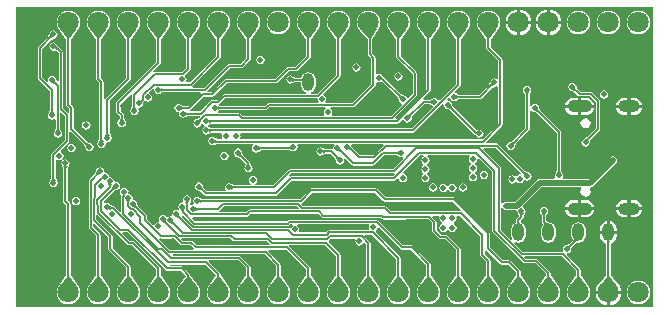
<source format=gbr>
%TF.GenerationSoftware,Altium Limited,Altium Designer,19.0.15 (446)*%
G04 Layer_Physical_Order=4*
G04 Layer_Color=16711680*
%FSLAX45Y45*%
%MOMM*%
%TF.FileFunction,Copper,L4,Bot,Signal*%
%TF.Part,Single*%
G01*
G75*
%TA.AperFunction,Conductor*%
%ADD35C,0.50000*%
%ADD36C,0.15000*%
%TA.AperFunction,ComponentPad*%
%ADD38C,1.80000*%
G04:AMPARAMS|DCode=39|XSize=1mm|YSize=1.8mm|CornerRadius=0.5mm|HoleSize=0mm|Usage=FLASHONLY|Rotation=90.000|XOffset=0mm|YOffset=0mm|HoleType=Round|Shape=RoundedRectangle|*
%AMROUNDEDRECTD39*
21,1,1.00000,0.80000,0,0,90.0*
21,1,0.00000,1.80000,0,0,90.0*
1,1,1.00000,0.40000,0.00000*
1,1,1.00000,0.40000,0.00000*
1,1,1.00000,-0.40000,0.00000*
1,1,1.00000,-0.40000,0.00000*
%
%ADD39ROUNDEDRECTD39*%
G04:AMPARAMS|DCode=40|XSize=1mm|YSize=2.1mm|CornerRadius=0.5mm|HoleSize=0mm|Usage=FLASHONLY|Rotation=90.000|XOffset=0mm|YOffset=0mm|HoleType=Round|Shape=RoundedRectangle|*
%AMROUNDEDRECTD40*
21,1,1.00000,1.10000,0,0,90.0*
21,1,0.00000,2.10000,0,0,90.0*
1,1,1.00000,0.55000,0.00000*
1,1,1.00000,0.55000,0.00000*
1,1,1.00000,-0.55000,0.00000*
1,1,1.00000,-0.55000,0.00000*
%
%ADD40ROUNDEDRECTD40*%
%TA.AperFunction,ViaPad*%
%ADD41C,0.50000*%
%TA.AperFunction,SMDPad,CuDef*%
%ADD42O,1.00000X1.52400*%
G36*
X15367000Y5969000D02*
X9969500D01*
Y8509000D01*
X15367000D01*
Y5969000D01*
D02*
G37*
%LPC*%
G36*
X14492999Y8490974D02*
Y8397000D01*
X14586974D01*
X14585168Y8410716D01*
X14574084Y8437475D01*
X14556453Y8460453D01*
X14533475Y8478085D01*
X14506715Y8489168D01*
X14492999Y8490974D01*
D02*
G37*
G36*
X14239000D02*
Y8397000D01*
X14332974D01*
X14331168Y8410716D01*
X14320085Y8437475D01*
X14302454Y8460453D01*
X14279475Y8478085D01*
X14252716Y8489168D01*
X14239000Y8490974D01*
D02*
G37*
G36*
X14463000D02*
X14449284Y8489168D01*
X14422525Y8478085D01*
X14399547Y8460453D01*
X14381915Y8437475D01*
X14370831Y8410716D01*
X14369026Y8397000D01*
X14463000D01*
Y8490974D01*
D02*
G37*
G36*
X14209000D02*
X14195284Y8489168D01*
X14168526Y8478085D01*
X14145547Y8460453D01*
X14127914Y8437475D01*
X14116832Y8410716D01*
X14115025Y8397000D01*
X14209000D01*
Y8490974D01*
D02*
G37*
G36*
X15239999Y8482863D02*
X15213895Y8479426D01*
X15189569Y8469350D01*
X15168678Y8453321D01*
X15152650Y8432431D01*
X15142574Y8408105D01*
X15139137Y8382000D01*
X15142574Y8355895D01*
X15152650Y8331569D01*
X15168678Y8310679D01*
X15189569Y8294650D01*
X15213895Y8284574D01*
X15239999Y8281137D01*
X15266106Y8284574D01*
X15290431Y8294650D01*
X15311320Y8310679D01*
X15327350Y8331569D01*
X15337427Y8355895D01*
X15340863Y8382000D01*
X15337427Y8408105D01*
X15327350Y8432431D01*
X15311320Y8453321D01*
X15290431Y8469350D01*
X15266106Y8479426D01*
X15239999Y8482863D01*
D02*
G37*
G36*
X14986000D02*
X14959895Y8479426D01*
X14935568Y8469350D01*
X14914679Y8453321D01*
X14898650Y8432431D01*
X14888574Y8408105D01*
X14885136Y8382000D01*
X14888574Y8355895D01*
X14898650Y8331569D01*
X14914679Y8310679D01*
X14935568Y8294650D01*
X14959895Y8284574D01*
X14986000Y8281137D01*
X15012105Y8284574D01*
X15036430Y8294650D01*
X15057321Y8310679D01*
X15073351Y8331569D01*
X15083426Y8355895D01*
X15086864Y8382000D01*
X15083426Y8408105D01*
X15073351Y8432431D01*
X15057321Y8453321D01*
X15036430Y8469350D01*
X15012105Y8479426D01*
X14986000Y8482863D01*
D02*
G37*
G36*
X14732001D02*
X14705894Y8479426D01*
X14681569Y8469350D01*
X14660680Y8453321D01*
X14644650Y8432431D01*
X14634573Y8408105D01*
X14631137Y8382000D01*
X14634573Y8355895D01*
X14644650Y8331569D01*
X14660680Y8310679D01*
X14681569Y8294650D01*
X14705894Y8284574D01*
X14732001Y8281137D01*
X14758105Y8284574D01*
X14782431Y8294650D01*
X14803320Y8310679D01*
X14819350Y8331569D01*
X14829427Y8355895D01*
X14832863Y8382000D01*
X14829427Y8408105D01*
X14819350Y8432431D01*
X14803320Y8453321D01*
X14782431Y8469350D01*
X14758105Y8479426D01*
X14732001Y8482863D01*
D02*
G37*
G36*
X12192000D02*
X12165895Y8479426D01*
X12141569Y8469350D01*
X12120679Y8453321D01*
X12104650Y8432431D01*
X12094574Y8408105D01*
X12091137Y8382000D01*
X12094574Y8355895D01*
X12104650Y8331569D01*
X12120679Y8310679D01*
X12141569Y8294650D01*
X12165895Y8284574D01*
X12192000Y8281137D01*
X12218105Y8284574D01*
X12242431Y8294650D01*
X12263321Y8310679D01*
X12279350Y8331569D01*
X12289426Y8355895D01*
X12292863Y8382000D01*
X12289426Y8408105D01*
X12279350Y8432431D01*
X12263321Y8453321D01*
X12242431Y8469350D01*
X12218105Y8479426D01*
X12192000Y8482863D01*
D02*
G37*
G36*
X14586974Y8367000D02*
X14492999D01*
Y8273026D01*
X14506715Y8274832D01*
X14533475Y8285915D01*
X14556453Y8303547D01*
X14574084Y8326525D01*
X14585168Y8353284D01*
X14586974Y8367000D01*
D02*
G37*
G36*
X14332974D02*
X14239000D01*
Y8273026D01*
X14252716Y8274832D01*
X14279475Y8285915D01*
X14302454Y8303547D01*
X14320085Y8326525D01*
X14331168Y8353284D01*
X14332974Y8367000D01*
D02*
G37*
G36*
X14463000D02*
X14369026D01*
X14370831Y8353284D01*
X14381915Y8326525D01*
X14399547Y8303547D01*
X14422525Y8285915D01*
X14449284Y8274832D01*
X14463000Y8273026D01*
Y8367000D01*
D02*
G37*
G36*
X14209000D02*
X14115025D01*
X14116832Y8353284D01*
X14127914Y8326525D01*
X14145547Y8303547D01*
X14168526Y8285915D01*
X14195284Y8274832D01*
X14209000Y8273026D01*
Y8367000D01*
D02*
G37*
G36*
X12039600Y8100186D02*
X12025944Y8097469D01*
X12014366Y8089734D01*
X12006631Y8078156D01*
X12003914Y8064500D01*
X12006631Y8050844D01*
X12014366Y8039266D01*
X12025944Y8031531D01*
X12039600Y8028814D01*
X12053256Y8031531D01*
X12064834Y8039266D01*
X12072569Y8050844D01*
X12075286Y8064500D01*
X12072569Y8078156D01*
X12064834Y8089734D01*
X12053256Y8097469D01*
X12039600Y8100186D01*
D02*
G37*
G36*
X12852307Y8036686D02*
X12838651Y8033969D01*
X12827074Y8026234D01*
X12819337Y8014656D01*
X12816621Y8001000D01*
X12819337Y7987344D01*
X12827074Y7975766D01*
X12838651Y7968031D01*
X12852307Y7965314D01*
X12865964Y7968031D01*
X12877541Y7975766D01*
X12885275Y7987344D01*
X12887993Y8001000D01*
X12885275Y8014656D01*
X12877541Y8026234D01*
X12865964Y8033969D01*
X12852307Y8036686D01*
D02*
G37*
G36*
X13970000Y8482863D02*
X13943895Y8479426D01*
X13919569Y8469350D01*
X13898679Y8453321D01*
X13882651Y8432431D01*
X13872574Y8408105D01*
X13869138Y8382000D01*
X13872574Y8355895D01*
X13882651Y8331569D01*
X13898679Y8310679D01*
X13898767Y8310612D01*
X13952158Y8234217D01*
Y8166100D01*
X13953516Y8159272D01*
X13957384Y8153483D01*
X14053757Y8057109D01*
Y7908794D01*
X14041057Y7902559D01*
X14034456Y7906969D01*
X14020799Y7909686D01*
X14007144Y7906969D01*
X13995566Y7899234D01*
X13987831Y7887656D01*
X13985837Y7877631D01*
X13985600Y7877369D01*
X13978268Y7856702D01*
X13893852Y7772286D01*
X13720204D01*
X13700407Y7781715D01*
X13700056Y7781733D01*
X13692661Y7786675D01*
X13690633Y7789739D01*
X13687637Y7799612D01*
X13728616Y7840591D01*
X13732484Y7846380D01*
X13733842Y7853208D01*
Y8234217D01*
X13787231Y8310612D01*
X13787321Y8310679D01*
X13803349Y8331569D01*
X13813426Y8355895D01*
X13816862Y8382000D01*
X13813426Y8408105D01*
X13803349Y8432431D01*
X13787321Y8453321D01*
X13766431Y8469350D01*
X13742105Y8479426D01*
X13716000Y8482863D01*
X13689896Y8479426D01*
X13665569Y8469350D01*
X13644679Y8453321D01*
X13628650Y8432431D01*
X13618575Y8408105D01*
X13615137Y8382000D01*
X13618575Y8355895D01*
X13628650Y8331569D01*
X13644679Y8310679D01*
X13644768Y8310612D01*
X13698157Y8234217D01*
Y7860599D01*
X13557706Y7720148D01*
X13551427Y7722052D01*
X13544807Y7725209D01*
X13538034Y7735346D01*
X13526456Y7743081D01*
X13512801Y7745798D01*
X13499144Y7743081D01*
X13490645Y7737403D01*
X13490292Y7737384D01*
X13470496Y7727955D01*
X13426045D01*
X13424200Y7730091D01*
X13420020Y7739891D01*
X13474617Y7794487D01*
X13478485Y7800276D01*
X13479843Y7807104D01*
Y8234217D01*
X13533232Y8310612D01*
X13533321Y8310679D01*
X13549350Y8331569D01*
X13559425Y8355895D01*
X13562863Y8382000D01*
X13559425Y8408105D01*
X13549350Y8432431D01*
X13533321Y8453321D01*
X13512431Y8469350D01*
X13488104Y8479426D01*
X13462000Y8482863D01*
X13435895Y8479426D01*
X13411569Y8469350D01*
X13390678Y8453321D01*
X13374651Y8432431D01*
X13364574Y8408105D01*
X13361137Y8382000D01*
X13364574Y8355895D01*
X13374651Y8331569D01*
X13390678Y8310679D01*
X13390767Y8310612D01*
X13444157Y8234217D01*
Y7814495D01*
X13194035Y7564372D01*
X13186050Y7565391D01*
X13181154Y7578456D01*
X13360316Y7757618D01*
X13364185Y7763407D01*
X13365543Y7770235D01*
Y7950200D01*
X13364185Y7957028D01*
X13360316Y7962817D01*
X13225842Y8097291D01*
Y8234217D01*
X13279231Y8310612D01*
X13279321Y8310679D01*
X13295351Y8331569D01*
X13305426Y8355895D01*
X13308862Y8382000D01*
X13305426Y8408105D01*
X13295351Y8432431D01*
X13279321Y8453321D01*
X13258430Y8469350D01*
X13234105Y8479426D01*
X13208000Y8482863D01*
X13181895Y8479426D01*
X13157568Y8469350D01*
X13136679Y8453321D01*
X13120650Y8432431D01*
X13110574Y8408105D01*
X13107137Y8382000D01*
X13110574Y8355895D01*
X13120650Y8331569D01*
X13136679Y8310679D01*
X13136768Y8310612D01*
X13190157Y8234217D01*
Y8089900D01*
X13191515Y8083072D01*
X13195383Y8077283D01*
X13329857Y7942809D01*
Y7777626D01*
X13292706Y7740475D01*
X13286427Y7742379D01*
X13279807Y7745536D01*
X13273035Y7755673D01*
X13261456Y7763408D01*
X13251431Y7765403D01*
X13251169Y7765639D01*
X13230502Y7772970D01*
X13085452Y7918020D01*
X13079665Y7921888D01*
X13076514Y7922515D01*
X13075870Y7925756D01*
X13068134Y7937334D01*
X13056557Y7945069D01*
X13042900Y7947786D01*
X13029243Y7945069D01*
X13027043Y7943599D01*
X13014343Y7950387D01*
Y8085500D01*
X13012985Y8092328D01*
X13009117Y8098117D01*
X12984543Y8122691D01*
Y8236528D01*
X13034766Y8321766D01*
X13034975Y8323262D01*
X13041350Y8331569D01*
X13051427Y8355895D01*
X13054863Y8382000D01*
X13051427Y8408105D01*
X13041350Y8432431D01*
X13025320Y8453321D01*
X13004431Y8469350D01*
X12980106Y8479426D01*
X12953999Y8482863D01*
X12927895Y8479426D01*
X12903569Y8469350D01*
X12882680Y8453321D01*
X12866650Y8432431D01*
X12856573Y8408105D01*
X12853137Y8382000D01*
X12856573Y8355895D01*
X12866650Y8331569D01*
X12882680Y8310679D01*
X12892072Y8303473D01*
X12892331Y8302616D01*
X12948857Y8233693D01*
Y8115300D01*
X12950215Y8108472D01*
X12954083Y8102683D01*
X12978658Y8078109D01*
Y7860391D01*
X12819609Y7701343D01*
X12596050D01*
X12589815Y7714043D01*
X12594226Y7720644D01*
X12596942Y7734300D01*
X12594226Y7747956D01*
X12586490Y7759534D01*
X12576353Y7766307D01*
X12573197Y7772927D01*
X12571292Y7779206D01*
X12712617Y7920531D01*
X12716485Y7926319D01*
X12717843Y7933148D01*
Y8234217D01*
X12771232Y8310612D01*
X12771321Y8310679D01*
X12787350Y8331569D01*
X12797426Y8355895D01*
X12800864Y8382000D01*
X12797426Y8408105D01*
X12787350Y8432431D01*
X12771321Y8453321D01*
X12750431Y8469350D01*
X12726105Y8479426D01*
X12700000Y8482863D01*
X12673895Y8479426D01*
X12649569Y8469350D01*
X12628679Y8453321D01*
X12612650Y8432431D01*
X12602574Y8408105D01*
X12599137Y8382000D01*
X12602574Y8355895D01*
X12612650Y8331569D01*
X12628679Y8310679D01*
X12628767Y8310612D01*
X12682157Y8234217D01*
Y7940538D01*
X12519162Y7777543D01*
X12465442D01*
X12464191Y7790243D01*
X12469411Y7791281D01*
X12489257Y7804542D01*
X12502519Y7824389D01*
X12507175Y7847800D01*
Y7900200D01*
X12502519Y7923611D01*
X12489257Y7943458D01*
X12469411Y7956719D01*
X12446000Y7961375D01*
X12422589Y7956719D01*
X12402743Y7943458D01*
X12389481Y7923611D01*
X12388514Y7918751D01*
X12377906Y7913892D01*
X12337003D01*
X12319761Y7923385D01*
X12318927Y7924634D01*
X12307349Y7932369D01*
X12293693Y7935086D01*
X12280037Y7932369D01*
X12268459Y7924634D01*
X12260724Y7913056D01*
X12258007Y7899400D01*
X12260724Y7885744D01*
X12268459Y7874166D01*
X12280037Y7866431D01*
X12293693Y7863714D01*
X12307349Y7866431D01*
X12312135Y7869629D01*
X12313066Y7869618D01*
X12334504Y7878207D01*
X12377385D01*
X12384825Y7874561D01*
Y7847800D01*
X12389481Y7824389D01*
X12402743Y7804542D01*
X12422589Y7791281D01*
X12427809Y7790243D01*
X12426558Y7777543D01*
X11734800D01*
X11727972Y7776185D01*
X11722183Y7772317D01*
X11676609Y7726743D01*
X11629804D01*
X11622976Y7725385D01*
X11617187Y7721517D01*
X11524744Y7629073D01*
X11436478D01*
X11436166Y7629464D01*
X11436878Y7634061D01*
X11441706Y7642875D01*
X11444960Y7643522D01*
X11450748Y7647390D01*
X11557916Y7754557D01*
X11633200D01*
X11640028Y7755915D01*
X11645817Y7759783D01*
X11754891Y7868857D01*
X12172200D01*
X12179028Y7870215D01*
X12184817Y7874083D01*
X12281191Y7970457D01*
X12344400D01*
X12351228Y7971815D01*
X12357017Y7975683D01*
X12458617Y8077283D01*
X12462485Y8083072D01*
X12463843Y8089900D01*
Y8234217D01*
X12517232Y8310612D01*
X12517321Y8310679D01*
X12533350Y8331569D01*
X12543426Y8355895D01*
X12546863Y8382000D01*
X12543426Y8408105D01*
X12533350Y8432431D01*
X12517321Y8453321D01*
X12496431Y8469350D01*
X12472105Y8479426D01*
X12446000Y8482863D01*
X12419895Y8479426D01*
X12395569Y8469350D01*
X12374679Y8453321D01*
X12358650Y8432431D01*
X12348574Y8408105D01*
X12345137Y8382000D01*
X12348574Y8355895D01*
X12358650Y8331569D01*
X12374679Y8310679D01*
X12374767Y8310612D01*
X12428157Y8234217D01*
Y8097291D01*
X12337009Y8006143D01*
X12273800D01*
X12266972Y8004785D01*
X12261184Y8000917D01*
X12164810Y7904543D01*
X11747500D01*
X11740672Y7903185D01*
X11734883Y7899317D01*
X11625809Y7790243D01*
X11592637D01*
X11587376Y7802943D01*
X11780291Y7995857D01*
X11879902D01*
X11886730Y7997215D01*
X11892519Y8001083D01*
X11950617Y8059181D01*
X11954485Y8064970D01*
X11955843Y8071798D01*
Y8234217D01*
X12009232Y8310612D01*
X12009321Y8310679D01*
X12025350Y8331569D01*
X12035426Y8355895D01*
X12038863Y8382000D01*
X12035426Y8408105D01*
X12025350Y8432431D01*
X12009321Y8453321D01*
X11988431Y8469350D01*
X11964105Y8479426D01*
X11938000Y8482863D01*
X11911895Y8479426D01*
X11887569Y8469350D01*
X11866679Y8453321D01*
X11850650Y8432431D01*
X11840574Y8408105D01*
X11837137Y8382000D01*
X11840574Y8355895D01*
X11850650Y8331569D01*
X11866679Y8310679D01*
X11866767Y8310612D01*
X11920157Y8234217D01*
Y8079189D01*
X11872511Y8031543D01*
X11772900D01*
X11766072Y8030185D01*
X11760283Y8026317D01*
X11562309Y7828343D01*
X11466422D01*
X11458659Y7840123D01*
X11458767Y7841043D01*
X11463617Y7844283D01*
X11696617Y8077283D01*
X11700485Y8083072D01*
X11701843Y8089900D01*
Y8234217D01*
X11755232Y8310612D01*
X11755321Y8310679D01*
X11771350Y8331569D01*
X11781426Y8355895D01*
X11784863Y8382000D01*
X11781426Y8408105D01*
X11771350Y8432431D01*
X11755321Y8453321D01*
X11734431Y8469350D01*
X11710105Y8479426D01*
X11684000Y8482863D01*
X11657895Y8479426D01*
X11633569Y8469350D01*
X11612679Y8453321D01*
X11596650Y8432431D01*
X11586574Y8408105D01*
X11583137Y8382000D01*
X11586574Y8355895D01*
X11596650Y8331569D01*
X11612679Y8310679D01*
X11612767Y8310612D01*
X11666157Y8234217D01*
Y8097291D01*
X11443609Y7874743D01*
X11418050D01*
X11414956Y7880530D01*
X11412507Y7887443D01*
X11414886Y7899400D01*
X11412169Y7913056D01*
X11404434Y7924633D01*
X11403280Y7936347D01*
X11442617Y7975683D01*
X11446485Y7981472D01*
X11447843Y7988300D01*
Y8234217D01*
X11501232Y8310612D01*
X11501321Y8310679D01*
X11517350Y8331569D01*
X11527426Y8355895D01*
X11530863Y8382000D01*
X11527426Y8408105D01*
X11517350Y8432431D01*
X11501321Y8453321D01*
X11480431Y8469350D01*
X11456105Y8479426D01*
X11430000Y8482863D01*
X11403895Y8479426D01*
X11379569Y8469350D01*
X11358679Y8453321D01*
X11342650Y8432431D01*
X11332574Y8408105D01*
X11329137Y8382000D01*
X11332574Y8355895D01*
X11342650Y8331569D01*
X11358679Y8310679D01*
X11358767Y8310612D01*
X11412157Y8234217D01*
Y7995691D01*
X11376209Y7959743D01*
X11145650D01*
X11141260Y7958870D01*
X11135288Y7966056D01*
X11133774Y7969344D01*
X11188617Y8024187D01*
X11192485Y8029975D01*
X11193843Y8036803D01*
Y8234217D01*
X11247232Y8310612D01*
X11247321Y8310679D01*
X11263350Y8331569D01*
X11273426Y8355895D01*
X11276863Y8382000D01*
X11273426Y8408105D01*
X11263350Y8432431D01*
X11247321Y8453321D01*
X11226431Y8469350D01*
X11202105Y8479426D01*
X11176000Y8482863D01*
X11149895Y8479426D01*
X11125569Y8469350D01*
X11104679Y8453321D01*
X11088650Y8432431D01*
X11078574Y8408105D01*
X11075137Y8382000D01*
X11078574Y8355895D01*
X11088650Y8331569D01*
X11104679Y8310679D01*
X11104767Y8310612D01*
X11158157Y8234217D01*
Y8044194D01*
X10824483Y7710520D01*
X10820615Y7704732D01*
X10819257Y7697903D01*
Y7628374D01*
X10820615Y7621546D01*
X10824483Y7615757D01*
X10847030Y7593211D01*
Y7573405D01*
X10837601Y7553608D01*
X10837582Y7553255D01*
X10831904Y7544756D01*
X10829187Y7531100D01*
X10831904Y7517444D01*
X10839639Y7505866D01*
X10851217Y7498131D01*
X10864873Y7495414D01*
X10878529Y7498131D01*
X10890106Y7505866D01*
X10897842Y7517444D01*
X10900559Y7531100D01*
X10897842Y7544756D01*
X10892163Y7553255D01*
X10892145Y7553608D01*
X10882716Y7573405D01*
Y7600601D01*
X10881357Y7607430D01*
X10877490Y7613218D01*
X10854943Y7635765D01*
Y7690513D01*
X10940956Y7776526D01*
X10944244Y7775012D01*
X10951430Y7769040D01*
X10950557Y7764650D01*
Y7672934D01*
X10942301Y7651009D01*
X10942331Y7650098D01*
X10939831Y7646356D01*
X10937114Y7632700D01*
X10939831Y7619044D01*
X10947566Y7607466D01*
X10959144Y7599731D01*
X10972800Y7597014D01*
X10986456Y7599731D01*
X10998034Y7607466D01*
X11005769Y7619044D01*
X11008486Y7632700D01*
X11005769Y7646356D01*
X11004051Y7648928D01*
X11010900Y7660514D01*
X11024556Y7663231D01*
X11036134Y7670966D01*
X11043869Y7682544D01*
X11045863Y7692569D01*
X11046100Y7692831D01*
X11053431Y7713498D01*
X11061867Y7721766D01*
X11073444Y7714031D01*
X11087100Y7711314D01*
X11100756Y7714031D01*
X11112334Y7721766D01*
X11120069Y7733344D01*
X11122786Y7747000D01*
X11120069Y7760656D01*
X11112334Y7772234D01*
X11102197Y7779007D01*
X11099040Y7785627D01*
X11097136Y7791906D01*
X11130255Y7825025D01*
X11141959Y7818769D01*
X11140314Y7810500D01*
X11143031Y7796844D01*
X11150766Y7785266D01*
X11162344Y7777531D01*
X11176000Y7774814D01*
X11189656Y7777531D01*
X11198155Y7783209D01*
X11198508Y7783228D01*
X11218305Y7792657D01*
X11527588D01*
X11532849Y7779957D01*
X11430741Y7677850D01*
X11388290D01*
X11368494Y7687279D01*
X11368141Y7687297D01*
X11359642Y7692976D01*
X11345985Y7695693D01*
X11332329Y7692976D01*
X11320752Y7685240D01*
X11313016Y7673663D01*
X11310300Y7660007D01*
X11313016Y7646350D01*
X11320752Y7634773D01*
X11332329Y7627038D01*
X11345985Y7624321D01*
X11346577Y7612240D01*
X11346376Y7611231D01*
X11349092Y7597574D01*
X11356828Y7585997D01*
X11368405Y7578261D01*
X11382062Y7575545D01*
X11395718Y7578261D01*
X11404217Y7583940D01*
X11404570Y7583959D01*
X11424366Y7593388D01*
X11528394D01*
X11533589Y7583855D01*
X11534017Y7581050D01*
X11523498Y7570531D01*
X11502831Y7563200D01*
X11502569Y7562963D01*
X11492544Y7560969D01*
X11480966Y7553234D01*
X11473231Y7541656D01*
X11470514Y7528000D01*
X11473231Y7514344D01*
X11480966Y7502766D01*
X11492544Y7495031D01*
X11506200Y7492314D01*
X11519856Y7495031D01*
X11531434Y7502766D01*
X11539169Y7514344D01*
X11540441Y7520738D01*
X11549395Y7523561D01*
X11554265Y7522909D01*
X11557166Y7518566D01*
X11565863Y7512756D01*
X11566781Y7508870D01*
Y7502530D01*
X11565863Y7498644D01*
X11557166Y7492834D01*
X11549431Y7481256D01*
X11546714Y7467600D01*
X11549431Y7453944D01*
X11557166Y7442366D01*
X11568744Y7434631D01*
X11582400Y7431914D01*
X11596056Y7434631D01*
X11604555Y7440309D01*
X11604908Y7440328D01*
X11624705Y7449757D01*
X11709213D01*
X11716001Y7437057D01*
X11714531Y7434856D01*
X11711814Y7421200D01*
X11714531Y7407544D01*
X11716335Y7404843D01*
X11709547Y7392143D01*
X11676729D01*
X11659839Y7401830D01*
X11658434Y7403934D01*
X11646856Y7411669D01*
X11633200Y7414386D01*
X11619544Y7411669D01*
X11607966Y7403934D01*
X11600231Y7392356D01*
X11597514Y7378700D01*
X11600231Y7365044D01*
X11607966Y7353466D01*
X11619544Y7345731D01*
X11633200Y7343014D01*
X11646856Y7345731D01*
X11650598Y7348231D01*
X11651509Y7348201D01*
X11673434Y7356457D01*
X11975021D01*
X11978873Y7343757D01*
X11976266Y7342016D01*
X11968531Y7330438D01*
X11965814Y7316782D01*
X11968531Y7303126D01*
X11976266Y7291548D01*
X11987844Y7283813D01*
X12001500Y7281096D01*
X12015156Y7283813D01*
X12023655Y7289491D01*
X12024008Y7289510D01*
X12043805Y7298939D01*
X12284166D01*
X12284192Y7298918D01*
X12284402Y7298939D01*
X12284728D01*
X12285096Y7298688D01*
X12308064Y7293875D01*
X12309394Y7294125D01*
X12319000Y7292214D01*
X12332656Y7294931D01*
X12344234Y7302666D01*
X12351969Y7314244D01*
X12354686Y7327900D01*
X12351969Y7341556D01*
X12350499Y7343757D01*
X12357287Y7356457D01*
X12663188D01*
X12667040Y7343757D01*
X12662066Y7340434D01*
X12654331Y7328856D01*
X12651614Y7315200D01*
X12650435Y7313932D01*
X12640320Y7306883D01*
X12636500Y7307643D01*
X12589905D01*
X12570108Y7317072D01*
X12569755Y7317091D01*
X12561256Y7322769D01*
X12547600Y7325486D01*
X12533944Y7322769D01*
X12522366Y7315034D01*
X12514631Y7303456D01*
X12511914Y7289800D01*
X12514631Y7276144D01*
X12522366Y7264566D01*
X12533944Y7256831D01*
X12547600Y7254114D01*
X12561256Y7256831D01*
X12569755Y7262509D01*
X12570108Y7262528D01*
X12589905Y7271957D01*
X12629109D01*
X12670169Y7230898D01*
X12677500Y7210231D01*
X12677737Y7209969D01*
X12679731Y7199944D01*
X12687466Y7188366D01*
X12699044Y7180631D01*
X12712700Y7177914D01*
X12726356Y7180631D01*
X12737934Y7188366D01*
X12745669Y7199944D01*
X12748386Y7213600D01*
X12745898Y7226108D01*
X12746474Y7226829D01*
X12760370Y7229597D01*
X12814383Y7175583D01*
X12820172Y7171715D01*
X12827000Y7170357D01*
X12989355D01*
X12996182Y7171715D01*
X13001971Y7175583D01*
X13085646Y7259257D01*
X13191095D01*
X13210892Y7249828D01*
X13211246Y7249809D01*
X13219743Y7244131D01*
X13233400Y7241414D01*
X13245908Y7243902D01*
X13246629Y7243326D01*
X13249397Y7229430D01*
X13162509Y7142543D01*
X12293693D01*
X12286865Y7141185D01*
X12281076Y7137317D01*
X12146602Y7002843D01*
X11994632D01*
X11993918Y7004668D01*
X11992519Y7015543D01*
X12001834Y7021766D01*
X12009569Y7033344D01*
X12012286Y7047000D01*
X12009569Y7060656D01*
X12001834Y7072234D01*
X11990256Y7079969D01*
X11976600Y7082686D01*
X11962944Y7079969D01*
X11951366Y7072234D01*
X11943631Y7060656D01*
X11940914Y7047000D01*
X11943631Y7033344D01*
X11951366Y7021766D01*
X11960681Y7015543D01*
X11959282Y7004668D01*
X11958569Y7002843D01*
X11815205D01*
X11795408Y7012272D01*
X11795055Y7012291D01*
X11786556Y7017969D01*
X11772900Y7020686D01*
X11759244Y7017969D01*
X11747666Y7010234D01*
X11739931Y6998656D01*
X11737214Y6985000D01*
X11739931Y6971344D01*
X11744341Y6964743D01*
X11738106Y6952043D01*
X11584720D01*
X11561431Y6975331D01*
X11554100Y6995998D01*
X11553863Y6996260D01*
X11551869Y7006285D01*
X11544134Y7017863D01*
X11532556Y7025598D01*
X11518900Y7028315D01*
X11505244Y7025598D01*
X11493666Y7017863D01*
X11485931Y7006285D01*
X11483214Y6992629D01*
X11485931Y6978973D01*
X11493666Y6967396D01*
X11505244Y6959660D01*
X11515269Y6957666D01*
X11515531Y6957429D01*
X11536198Y6950098D01*
X11564712Y6921583D01*
X11570501Y6917715D01*
X11577329Y6916357D01*
X12170043D01*
X12176872Y6917715D01*
X12182660Y6921583D01*
X12304434Y7043357D01*
X13169901D01*
X13176727Y7044715D01*
X13182516Y7048583D01*
X13198143Y7064210D01*
X13211615Y7059721D01*
X13213132Y7052102D01*
X13220866Y7040525D01*
X13232443Y7032790D01*
X13246100Y7030073D01*
X13259756Y7032790D01*
X13271333Y7040525D01*
X13279070Y7052102D01*
X13281786Y7065759D01*
X13279070Y7079415D01*
X13271333Y7090992D01*
X13259756Y7098728D01*
X13252138Y7100244D01*
X13247649Y7113716D01*
X13393192Y7259257D01*
X13417708D01*
X13422495Y7247501D01*
X13422327Y7246557D01*
X13411366Y7239234D01*
X13403632Y7227656D01*
X13400914Y7214000D01*
X13403632Y7200344D01*
X13411366Y7188766D01*
X13419165Y7183556D01*
X13419597Y7182229D01*
Y7170771D01*
X13419165Y7169444D01*
X13411366Y7164234D01*
X13403632Y7152656D01*
X13400914Y7139000D01*
X13403632Y7125344D01*
X13411366Y7113766D01*
X13418962Y7108691D01*
X13419286Y7107762D01*
Y7095509D01*
X13418962Y7094579D01*
X13411366Y7089504D01*
X13403632Y7077927D01*
X13400914Y7064270D01*
X13403632Y7050614D01*
X13411366Y7039037D01*
X13422945Y7031301D01*
X13436600Y7028585D01*
X13450256Y7031301D01*
X13461835Y7039037D01*
X13469569Y7050614D01*
X13472285Y7064270D01*
X13469569Y7077927D01*
X13461835Y7089504D01*
X13454237Y7094579D01*
X13453915Y7095509D01*
Y7107762D01*
X13454237Y7108691D01*
X13461835Y7113766D01*
X13469569Y7125344D01*
X13472285Y7139000D01*
X13469569Y7152656D01*
X13461835Y7164234D01*
X13454034Y7169444D01*
X13453603Y7170771D01*
Y7182229D01*
X13454034Y7183556D01*
X13461835Y7188766D01*
X13469569Y7200344D01*
X13472285Y7214000D01*
X13469569Y7227656D01*
X13461835Y7239234D01*
X13450873Y7246557D01*
X13450706Y7247501D01*
X13455492Y7259257D01*
X13805605D01*
X13811342Y7246557D01*
X13806531Y7239357D01*
X13803815Y7225700D01*
X13806531Y7212044D01*
X13814265Y7200467D01*
X13822514Y7194956D01*
X13823190Y7192544D01*
Y7183256D01*
X13822514Y7180844D01*
X13814265Y7175334D01*
X13806531Y7163756D01*
X13803815Y7150100D01*
X13806531Y7136444D01*
X13814265Y7124866D01*
X13822961Y7119056D01*
X13823882Y7115170D01*
Y7108830D01*
X13822961Y7104944D01*
X13814265Y7099134D01*
X13806531Y7087556D01*
X13803815Y7073900D01*
X13806531Y7060244D01*
X13814265Y7048666D01*
X13825844Y7040931D01*
X13839500Y7038214D01*
X13853156Y7040931D01*
X13864734Y7048666D01*
X13872469Y7060244D01*
X13875186Y7073900D01*
X13872469Y7087556D01*
X13864734Y7099134D01*
X13856036Y7104944D01*
X13855119Y7108830D01*
Y7115170D01*
X13856036Y7119056D01*
X13864734Y7124866D01*
X13872469Y7136444D01*
X13875186Y7150100D01*
X13872469Y7163756D01*
X13864734Y7175334D01*
X13856487Y7180844D01*
X13855811Y7183256D01*
Y7192544D01*
X13856487Y7194956D01*
X13864734Y7200467D01*
X13872469Y7212044D01*
X13875186Y7225700D01*
X13874834Y7227473D01*
X13886537Y7233729D01*
X14002957Y7117309D01*
Y6619445D01*
X14004315Y6612617D01*
X14008183Y6606828D01*
X14264928Y6350083D01*
X14270717Y6346215D01*
X14277545Y6344857D01*
X14369009D01*
X14460156Y6253709D01*
Y6243783D01*
X14406767Y6167388D01*
X14406679Y6167321D01*
X14390649Y6146431D01*
X14380574Y6122105D01*
X14377138Y6096000D01*
X14380574Y6069895D01*
X14390649Y6045569D01*
X14406679Y6024679D01*
X14427570Y6008650D01*
X14451895Y5998574D01*
X14478000Y5995137D01*
X14504105Y5998574D01*
X14528432Y6008650D01*
X14549321Y6024679D01*
X14565350Y6045569D01*
X14575426Y6069895D01*
X14578864Y6096000D01*
X14575426Y6122105D01*
X14565350Y6146431D01*
X14549321Y6167321D01*
X14549232Y6167388D01*
X14495844Y6243783D01*
Y6261100D01*
X14494485Y6267928D01*
X14490617Y6273717D01*
X14389017Y6375317D01*
X14383228Y6379185D01*
X14376401Y6380543D01*
X14284937D01*
X14273254Y6392224D01*
X14278114Y6403957D01*
X14593208D01*
X14714157Y6283009D01*
Y6243783D01*
X14660768Y6167388D01*
X14660680Y6167321D01*
X14644650Y6146431D01*
X14634573Y6122105D01*
X14631137Y6096000D01*
X14634573Y6069895D01*
X14644650Y6045569D01*
X14660680Y6024679D01*
X14681569Y6008650D01*
X14705894Y5998574D01*
X14732001Y5995137D01*
X14758105Y5998574D01*
X14782431Y6008650D01*
X14803320Y6024679D01*
X14819350Y6045569D01*
X14829427Y6069895D01*
X14832863Y6096000D01*
X14829427Y6122105D01*
X14819350Y6146431D01*
X14803320Y6167321D01*
X14803233Y6167388D01*
X14749843Y6243783D01*
Y6290400D01*
X14748485Y6297228D01*
X14744617Y6303017D01*
X14630988Y6416646D01*
X14634554Y6425305D01*
X14636803Y6428791D01*
X14649573Y6431331D01*
X14661150Y6439066D01*
X14668884Y6450644D01*
X14670879Y6460669D01*
X14671115Y6460931D01*
X14678445Y6481598D01*
X14708183Y6511334D01*
X14723705Y6518274D01*
X14732001Y6516625D01*
X14755411Y6521281D01*
X14775256Y6534542D01*
X14788519Y6554389D01*
X14793175Y6577800D01*
Y6630200D01*
X14788519Y6653611D01*
X14775256Y6673458D01*
X14755411Y6686719D01*
X14732001Y6691375D01*
X14708589Y6686719D01*
X14688744Y6673458D01*
X14675481Y6653611D01*
X14670825Y6630200D01*
Y6577800D01*
X14675481Y6554389D01*
X14683138Y6542931D01*
X14680008Y6533627D01*
X14653214Y6506831D01*
X14632547Y6499500D01*
X14632285Y6499263D01*
X14622260Y6497269D01*
X14610683Y6489534D01*
X14602946Y6477956D01*
X14600230Y6464300D01*
X14602673Y6452018D01*
X14602419Y6450506D01*
X14601895Y6449184D01*
X14595023Y6439643D01*
X14261191D01*
X14183221Y6517611D01*
X14191318Y6527476D01*
X14200589Y6521281D01*
X14224001Y6516625D01*
X14247411Y6521281D01*
X14267258Y6534542D01*
X14280519Y6554389D01*
X14285175Y6577800D01*
Y6630200D01*
X14280519Y6653611D01*
X14267258Y6673458D01*
X14247411Y6686719D01*
X14246587Y6686883D01*
X14241843Y6697703D01*
Y6702626D01*
X14262016Y6722800D01*
X14265884Y6728588D01*
X14267242Y6735416D01*
Y6740611D01*
X14276672Y6760408D01*
X14276691Y6760761D01*
X14282368Y6769260D01*
X14285086Y6782916D01*
X14282368Y6796572D01*
X14274634Y6808150D01*
X14264787Y6814728D01*
X14260161Y6828062D01*
X14418262Y6986163D01*
X14750024D01*
X14756813Y6973463D01*
X14752216Y6966583D01*
X14748917Y6950000D01*
X14752216Y6933417D01*
X14761609Y6919359D01*
X14775667Y6909966D01*
X14792250Y6906667D01*
X14808832Y6909966D01*
X14822891Y6919359D01*
X14832285Y6933417D01*
X14835582Y6950000D01*
X14832285Y6966583D01*
X14827687Y6973463D01*
X14830576Y6981329D01*
X14834225Y6986536D01*
X14846005Y6988880D01*
X14857582Y6996615D01*
X15049335Y7188366D01*
X15057069Y7199944D01*
X15059785Y7213600D01*
X15057069Y7227256D01*
X15049335Y7238834D01*
X15037756Y7246569D01*
X15024100Y7249286D01*
X15010445Y7246569D01*
X14998866Y7238834D01*
X14817567Y7057535D01*
X14604848D01*
X14598059Y7070235D01*
X14599869Y7072944D01*
X14602586Y7086600D01*
X14599869Y7100256D01*
X14594191Y7108755D01*
X14594173Y7109108D01*
X14584743Y7128905D01*
Y7454900D01*
X14583385Y7461728D01*
X14579517Y7467517D01*
X14406232Y7640802D01*
X14398900Y7661469D01*
X14398663Y7661731D01*
X14396669Y7671756D01*
X14388934Y7683334D01*
X14377356Y7691069D01*
X14363699Y7693786D01*
X14350044Y7691069D01*
X14338466Y7683334D01*
X14330731Y7671757D01*
X14318044Y7673067D01*
Y7769849D01*
X14326540Y7791429D01*
X14326523Y7792363D01*
X14329517Y7796844D01*
X14332233Y7810500D01*
X14329517Y7824156D01*
X14321780Y7835734D01*
X14310204Y7843469D01*
X14296547Y7846186D01*
X14282890Y7843469D01*
X14271313Y7835734D01*
X14263577Y7824156D01*
X14260863Y7810500D01*
X14263577Y7796844D01*
X14271313Y7785266D01*
X14272801Y7784273D01*
X14282356Y7767122D01*
Y7488378D01*
X14175510Y7381531D01*
X14154845Y7374200D01*
X14154582Y7373963D01*
X14144556Y7371969D01*
X14132979Y7364234D01*
X14125244Y7352656D01*
X14122527Y7339000D01*
X14125244Y7325344D01*
X14132979Y7313766D01*
X14144556Y7306031D01*
X14158212Y7303314D01*
X14171869Y7306031D01*
X14183446Y7313766D01*
X14191182Y7325344D01*
X14193176Y7335369D01*
X14193413Y7335631D01*
X14200745Y7356298D01*
X14312817Y7468371D01*
X14316685Y7474159D01*
X14318044Y7480987D01*
Y7643133D01*
X14330731Y7644443D01*
X14338466Y7632866D01*
X14350044Y7625131D01*
X14360069Y7623137D01*
X14360332Y7622900D01*
X14380998Y7615569D01*
X14549057Y7447509D01*
Y7128905D01*
X14539629Y7109108D01*
X14539609Y7108755D01*
X14533931Y7100256D01*
X14531213Y7086600D01*
X14533931Y7072944D01*
X14535741Y7070235D01*
X14528952Y7057535D01*
X14403481D01*
X14389824Y7054818D01*
X14378247Y7047082D01*
X14196947Y6865783D01*
X14119641D01*
X14105984Y6863066D01*
X14094408Y6855331D01*
X14089442Y6847901D01*
X14076743Y6851753D01*
Y7150100D01*
X14075385Y7156928D01*
X14071516Y7162717D01*
X13923608Y7310624D01*
X13928470Y7322357D01*
X14031880D01*
X14247621Y7106615D01*
X14241365Y7094911D01*
X14236700Y7095839D01*
X14223044Y7093122D01*
X14211465Y7085387D01*
X14210126Y7083381D01*
X14198033Y7078618D01*
X14186456Y7086354D01*
X14172800Y7089070D01*
X14159145Y7086354D01*
X14147566Y7078618D01*
X14139832Y7067041D01*
X14137114Y7053384D01*
X14139832Y7039728D01*
X14147566Y7028151D01*
X14159145Y7020415D01*
X14172800Y7017699D01*
X14186456Y7020415D01*
X14198035Y7028151D01*
X14199374Y7030157D01*
X14211467Y7034920D01*
X14223044Y7027184D01*
X14236700Y7024468D01*
X14250356Y7027184D01*
X14261934Y7034920D01*
X14268268Y7044400D01*
X14269733Y7046507D01*
X14283044Y7048639D01*
X14286543Y7046301D01*
X14300200Y7043585D01*
X14313857Y7046301D01*
X14325433Y7054037D01*
X14333170Y7065614D01*
X14335886Y7079270D01*
X14333170Y7092927D01*
X14325433Y7104504D01*
X14313857Y7112240D01*
X14303831Y7114234D01*
X14303569Y7114470D01*
X14282903Y7121801D01*
X14051888Y7352817D01*
X14046098Y7356685D01*
X14039270Y7358043D01*
X13954437D01*
X13949176Y7370743D01*
X14084216Y7505783D01*
X14088084Y7511572D01*
X14089442Y7518400D01*
Y8064500D01*
X14088084Y8071328D01*
X14084216Y8077117D01*
X13987843Y8173491D01*
Y8234217D01*
X14041232Y8310612D01*
X14041321Y8310679D01*
X14057350Y8331569D01*
X14067426Y8355895D01*
X14070863Y8382000D01*
X14067426Y8408105D01*
X14057350Y8432431D01*
X14041321Y8453321D01*
X14020432Y8469350D01*
X13996104Y8479426D01*
X13970000Y8482863D01*
D02*
G37*
G36*
X13208000Y7960486D02*
X13194344Y7957769D01*
X13182767Y7950034D01*
X13175031Y7938456D01*
X13172314Y7924800D01*
X13175031Y7911144D01*
X13182767Y7899566D01*
X13194344Y7891831D01*
X13208000Y7889114D01*
X13221655Y7891831D01*
X13233234Y7899566D01*
X13240968Y7911144D01*
X13243686Y7924800D01*
X13240968Y7938456D01*
X13233234Y7950034D01*
X13221655Y7957769D01*
X13208000Y7960486D01*
D02*
G37*
G36*
X14947900Y7808086D02*
X14934244Y7805369D01*
X14922665Y7797634D01*
X14914931Y7786056D01*
X14912215Y7772400D01*
X14914931Y7758744D01*
X14922665Y7747166D01*
X14934244Y7739431D01*
X14947900Y7736714D01*
X14961555Y7739431D01*
X14973134Y7747166D01*
X14980869Y7758744D01*
X14983586Y7772400D01*
X14980869Y7786056D01*
X14973134Y7797634D01*
X14961555Y7805369D01*
X14947900Y7808086D01*
D02*
G37*
G36*
X14797250Y7741604D02*
X14757249D01*
Y7686001D01*
X14865878D01*
X14865448Y7689273D01*
X14858395Y7706302D01*
X14847176Y7720924D01*
X14832552Y7732145D01*
X14815524Y7739198D01*
X14797250Y7741604D01*
D02*
G37*
G36*
X14727251D02*
X14687250D01*
X14668976Y7739198D01*
X14651949Y7732145D01*
X14637325Y7720924D01*
X14626105Y7706302D01*
X14619052Y7689273D01*
X14618620Y7686001D01*
X14727251D01*
Y7741604D01*
D02*
G37*
G36*
X15200250D02*
X15175250D01*
Y7686000D01*
X15268880D01*
X15268448Y7689273D01*
X15261394Y7706302D01*
X15250174Y7720924D01*
X15235551Y7732145D01*
X15218523Y7739198D01*
X15200250Y7741604D01*
D02*
G37*
G36*
X15145250D02*
X15120250D01*
X15101976Y7739198D01*
X15084949Y7732145D01*
X15070325Y7720924D01*
X15059105Y7706302D01*
X15052052Y7689273D01*
X15051620Y7686000D01*
X15145250D01*
Y7741604D01*
D02*
G37*
G36*
X10414000Y8482863D02*
X10387895Y8479426D01*
X10363569Y8469350D01*
X10342679Y8453321D01*
X10326650Y8432431D01*
X10316574Y8408105D01*
X10313137Y8382000D01*
X10316574Y8355895D01*
X10326650Y8331569D01*
X10342679Y8310679D01*
X10342767Y8310612D01*
X10396157Y8234217D01*
Y7685407D01*
X10397515Y7678578D01*
X10401383Y7672790D01*
X10421557Y7652616D01*
Y7623538D01*
X10408857Y7618277D01*
X10368343Y7658792D01*
Y8128000D01*
X10366985Y8134828D01*
X10363117Y8140617D01*
X10331948Y8171785D01*
X10331924Y8171970D01*
X10319791Y8192963D01*
X10319462Y8193215D01*
X10312234Y8204034D01*
X10300656Y8211769D01*
X10287000Y8214486D01*
X10273344Y8211769D01*
X10261766Y8204034D01*
X10254031Y8192456D01*
X10251314Y8178800D01*
X10254031Y8165144D01*
X10261766Y8153566D01*
X10273344Y8145831D01*
X10287000Y8143114D01*
X10295152Y8144736D01*
X10311822Y8141445D01*
X10332657Y8120609D01*
Y7889969D01*
X10319957Y7882219D01*
X10314629Y7884958D01*
X10309500Y7899419D01*
X10309263Y7899681D01*
X10307269Y7909706D01*
X10299534Y7921283D01*
X10287956Y7929019D01*
X10274300Y7931735D01*
X10260644Y7929019D01*
X10249066Y7921283D01*
X10241331Y7909706D01*
X10238614Y7896050D01*
X10240671Y7885708D01*
X10229623Y7878796D01*
X10190543Y7917876D01*
Y8158709D01*
X10269702Y8237869D01*
X10290369Y8245200D01*
X10290631Y8245437D01*
X10300656Y8247431D01*
X10312234Y8255166D01*
X10319969Y8266744D01*
X10322686Y8280400D01*
X10319969Y8294056D01*
X10312234Y8305634D01*
X10300656Y8313369D01*
X10287000Y8316086D01*
X10273344Y8313369D01*
X10261766Y8305634D01*
X10254031Y8294056D01*
X10252037Y8284031D01*
X10251800Y8283769D01*
X10244469Y8263102D01*
X10160083Y8178717D01*
X10156215Y8172928D01*
X10154857Y8166100D01*
Y7910486D01*
X10156215Y7903657D01*
X10160083Y7897869D01*
X10256457Y7801495D01*
Y7636905D01*
X10247028Y7617108D01*
X10247009Y7616755D01*
X10241331Y7608256D01*
X10238614Y7594600D01*
X10241331Y7580944D01*
X10249066Y7569366D01*
X10260644Y7561631D01*
X10274300Y7558914D01*
X10287956Y7561631D01*
X10294557Y7566041D01*
X10307257Y7559806D01*
Y7484505D01*
X10297828Y7464708D01*
X10297809Y7464355D01*
X10292131Y7455856D01*
X10289414Y7442200D01*
X10292131Y7428544D01*
X10299866Y7416966D01*
X10311444Y7409231D01*
X10325100Y7406514D01*
X10338756Y7409231D01*
X10350334Y7416966D01*
X10358069Y7428544D01*
X10360786Y7442200D01*
X10358069Y7455856D01*
X10352391Y7464355D01*
X10352372Y7464708D01*
X10342943Y7484505D01*
Y7617132D01*
X10354676Y7621992D01*
X10383457Y7593211D01*
Y7383651D01*
X10274383Y7274577D01*
X10270515Y7268789D01*
X10269157Y7261960D01*
Y7065405D01*
X10259728Y7045608D01*
X10259709Y7045255D01*
X10254031Y7036756D01*
X10251314Y7023100D01*
X10254031Y7009444D01*
X10261766Y6997866D01*
X10273344Y6990131D01*
X10287000Y6987414D01*
X10300656Y6990131D01*
X10312234Y6997866D01*
X10319969Y7009444D01*
X10322686Y7023100D01*
X10319969Y7036756D01*
X10314291Y7045255D01*
X10314272Y7045608D01*
X10304843Y7065405D01*
Y7217862D01*
X10317543Y7224098D01*
X10324144Y7219687D01*
X10337800Y7216971D01*
X10351456Y7219687D01*
X10355028Y7222073D01*
X10363366Y7213433D01*
X10361533Y7210690D01*
X10355631Y7201856D01*
X10352914Y7188200D01*
X10355631Y7174544D01*
X10361309Y7166045D01*
X10361328Y7165692D01*
X10370757Y7145895D01*
Y6868197D01*
X10372115Y6861369D01*
X10375983Y6855580D01*
X10396157Y6835406D01*
Y6243783D01*
X10342768Y6167388D01*
X10342679Y6167321D01*
X10326650Y6146431D01*
X10316574Y6122105D01*
X10313137Y6096000D01*
X10316574Y6069895D01*
X10326650Y6045569D01*
X10342679Y6024679D01*
X10363569Y6008650D01*
X10387895Y5998574D01*
X10414000Y5995137D01*
X10440105Y5998574D01*
X10464431Y6008650D01*
X10485321Y6024679D01*
X10501350Y6045569D01*
X10511426Y6069895D01*
X10514863Y6096000D01*
X10511426Y6122105D01*
X10501350Y6146431D01*
X10485321Y6167321D01*
X10485233Y6167388D01*
X10431843Y6243783D01*
Y6842797D01*
X10430485Y6849625D01*
X10426617Y6855414D01*
X10406443Y6875588D01*
Y7145895D01*
X10415872Y7165692D01*
X10415891Y7166045D01*
X10421569Y7174544D01*
X10424286Y7188200D01*
X10421569Y7201856D01*
X10413834Y7213434D01*
X10402256Y7221169D01*
X10388600Y7223886D01*
X10374944Y7221169D01*
X10371372Y7218783D01*
X10363034Y7227423D01*
X10364867Y7230166D01*
X10370769Y7239000D01*
X10373486Y7252656D01*
X10370769Y7266313D01*
X10363034Y7277890D01*
X10352897Y7284663D01*
X10349740Y7291283D01*
X10347836Y7297562D01*
X10413917Y7363644D01*
X10417785Y7369432D01*
X10419143Y7376260D01*
Y7457363D01*
X10431843Y7462624D01*
X10549269Y7345198D01*
X10556600Y7324531D01*
X10556837Y7324269D01*
X10558831Y7314244D01*
X10566566Y7302666D01*
X10578144Y7294931D01*
X10591800Y7292214D01*
X10605456Y7294931D01*
X10617034Y7302666D01*
X10624769Y7314244D01*
X10627486Y7327900D01*
X10624769Y7341556D01*
X10617034Y7353134D01*
X10605456Y7360869D01*
X10595431Y7362863D01*
X10595169Y7363100D01*
X10574502Y7370431D01*
X10457243Y7487691D01*
Y7660007D01*
X10455885Y7666835D01*
X10452017Y7672623D01*
X10431843Y7692797D01*
Y8234217D01*
X10485232Y8310612D01*
X10485321Y8310679D01*
X10501350Y8331569D01*
X10511426Y8355895D01*
X10514863Y8382000D01*
X10511426Y8408105D01*
X10501350Y8432431D01*
X10485321Y8453321D01*
X10464431Y8469350D01*
X10440105Y8479426D01*
X10414000Y8482863D01*
D02*
G37*
G36*
X15268880Y7656000D02*
X15175250D01*
Y7600396D01*
X15200250D01*
X15218523Y7602802D01*
X15235551Y7609855D01*
X15250174Y7621075D01*
X15261394Y7635698D01*
X15268448Y7652726D01*
X15268880Y7656000D01*
D02*
G37*
G36*
X15145250D02*
X15051620D01*
X15052052Y7652726D01*
X15059105Y7635698D01*
X15070325Y7621075D01*
X15084949Y7609855D01*
X15101976Y7602802D01*
X15120250Y7600396D01*
X15145250D01*
Y7656000D01*
D02*
G37*
G36*
X14865878Y7656001D02*
X14757249D01*
Y7600396D01*
X14797250D01*
X14815524Y7602802D01*
X14832552Y7609855D01*
X14847176Y7621075D01*
X14858395Y7635698D01*
X14865448Y7652726D01*
X14865878Y7656001D01*
D02*
G37*
G36*
X14727251D02*
X14618620D01*
X14619052Y7652726D01*
X14626105Y7635698D01*
X14637325Y7621075D01*
X14651949Y7609855D01*
X14668976Y7602802D01*
X14687250Y7600396D01*
X14727251D01*
Y7656001D01*
D02*
G37*
G36*
X14792250Y7571333D02*
X14775667Y7568034D01*
X14761609Y7558641D01*
X14752216Y7544583D01*
X14748917Y7528000D01*
X14752216Y7511417D01*
X14761609Y7497359D01*
X14775667Y7487966D01*
X14792250Y7484667D01*
X14808832Y7487966D01*
X14822891Y7497359D01*
X14832285Y7511417D01*
X14835582Y7528000D01*
X14832285Y7544583D01*
X14822891Y7558641D01*
X14808832Y7568034D01*
X14792250Y7571333D01*
D02*
G37*
G36*
X10565563Y7546224D02*
X10551907Y7543507D01*
X10540329Y7535772D01*
X10532594Y7524194D01*
X10529877Y7510538D01*
X10532594Y7496882D01*
X10540329Y7485304D01*
X10551907Y7477569D01*
X10565563Y7474852D01*
X10579219Y7477569D01*
X10590796Y7485304D01*
X10598532Y7496882D01*
X10601249Y7510538D01*
X10598532Y7524194D01*
X10590796Y7535772D01*
X10579219Y7543507D01*
X10565563Y7546224D01*
D02*
G37*
G36*
X10922000Y8482863D02*
X10895895Y8479426D01*
X10871569Y8469350D01*
X10850679Y8453321D01*
X10834650Y8432431D01*
X10824574Y8408105D01*
X10821137Y8382000D01*
X10824574Y8355895D01*
X10834650Y8331569D01*
X10850679Y8310679D01*
X10850767Y8310612D01*
X10904157Y8234217D01*
Y7912794D01*
X10731583Y7740220D01*
X10727715Y7734432D01*
X10726357Y7727603D01*
Y7453811D01*
X10723943Y7451610D01*
X10711243Y7457218D01*
Y7880003D01*
X10709885Y7886831D01*
X10706017Y7892620D01*
X10685843Y7912794D01*
Y8234217D01*
X10739232Y8310612D01*
X10739321Y8310679D01*
X10755350Y8331569D01*
X10765426Y8355895D01*
X10768863Y8382000D01*
X10765426Y8408105D01*
X10755350Y8432431D01*
X10739321Y8453321D01*
X10718431Y8469350D01*
X10694105Y8479426D01*
X10668000Y8482863D01*
X10641895Y8479426D01*
X10617569Y8469350D01*
X10596679Y8453321D01*
X10580650Y8432431D01*
X10570574Y8408105D01*
X10567137Y8382000D01*
X10570574Y8355895D01*
X10580650Y8331569D01*
X10596679Y8310679D01*
X10596767Y8310612D01*
X10650157Y8234217D01*
Y7905403D01*
X10651515Y7898575D01*
X10655383Y7892787D01*
X10675557Y7872613D01*
Y7395605D01*
X10666128Y7375808D01*
X10666109Y7375455D01*
X10660431Y7366956D01*
X10657714Y7353300D01*
X10660431Y7339644D01*
X10668166Y7328066D01*
X10679744Y7320331D01*
X10693400Y7317614D01*
X10707056Y7320331D01*
X10718634Y7328066D01*
X10726369Y7339644D01*
X10729086Y7353300D01*
X10728009Y7358713D01*
X10738787Y7369491D01*
X10744200Y7368414D01*
X10757856Y7371131D01*
X10769434Y7378866D01*
X10777169Y7390444D01*
X10779886Y7404100D01*
X10777169Y7417756D01*
X10771491Y7426255D01*
X10771472Y7426608D01*
X10762043Y7446405D01*
Y7720213D01*
X10934617Y7892787D01*
X10938485Y7898575D01*
X10939843Y7905403D01*
Y8234217D01*
X10993232Y8310612D01*
X10993321Y8310679D01*
X11009350Y8331569D01*
X11019426Y8355895D01*
X11022863Y8382000D01*
X11019426Y8408105D01*
X11009350Y8432431D01*
X10993321Y8453321D01*
X10972431Y8469350D01*
X10948105Y8479426D01*
X10922000Y8482863D01*
D02*
G37*
G36*
X14681200Y7871586D02*
X14667545Y7868869D01*
X14655966Y7861134D01*
X14648232Y7849556D01*
X14645514Y7835900D01*
X14648232Y7822244D01*
X14655966Y7810666D01*
X14667545Y7802931D01*
X14677570Y7800937D01*
X14677831Y7800700D01*
X14698499Y7793369D01*
X14730983Y7760883D01*
X14736772Y7757015D01*
X14743600Y7755657D01*
X14832317D01*
X14881908Y7706066D01*
Y7490340D01*
X14802332Y7410765D01*
X14780881Y7399792D01*
X14780502Y7399349D01*
X14778593Y7398969D01*
X14767017Y7391234D01*
X14759280Y7379656D01*
X14756564Y7366000D01*
X14759280Y7352344D01*
X14767017Y7340766D01*
X14778593Y7333031D01*
X14792250Y7330314D01*
X14805907Y7333031D01*
X14817484Y7340766D01*
X14825220Y7352344D01*
X14827936Y7366000D01*
X14826939Y7371007D01*
X14831151Y7389118D01*
X14912366Y7470333D01*
X14916234Y7476121D01*
X14917592Y7482950D01*
Y7713457D01*
X14916234Y7720285D01*
X14912366Y7726073D01*
X14852322Y7786117D01*
X14846535Y7789984D01*
X14839706Y7791343D01*
X14750990D01*
X14723730Y7818602D01*
X14716400Y7839269D01*
X14716164Y7839531D01*
X14714169Y7849556D01*
X14706435Y7861134D01*
X14694856Y7868869D01*
X14681200Y7871586D01*
D02*
G37*
G36*
X10439400Y7354235D02*
X10425744Y7351519D01*
X10414166Y7343783D01*
X10406431Y7332206D01*
X10403714Y7318549D01*
X10406431Y7304893D01*
X10414166Y7293316D01*
X10425744Y7285580D01*
X10439400Y7282864D01*
X10453056Y7285580D01*
X10464634Y7293316D01*
X10472369Y7304893D01*
X10475086Y7318549D01*
X10472369Y7332206D01*
X10464634Y7343783D01*
X10453056Y7351519D01*
X10439400Y7354235D01*
D02*
G37*
G36*
X11734800Y7287386D02*
X11721144Y7284669D01*
X11709566Y7276934D01*
X11701831Y7265356D01*
X11699114Y7251700D01*
X11701831Y7238044D01*
X11709566Y7226466D01*
X11721144Y7218731D01*
X11734800Y7216014D01*
X11748456Y7218731D01*
X11760034Y7226466D01*
X11767769Y7238044D01*
X11770486Y7251700D01*
X11767769Y7265356D01*
X11760034Y7276934D01*
X11748456Y7284669D01*
X11734800Y7287386D01*
D02*
G37*
G36*
X11849100Y7315200D02*
X11835444Y7312483D01*
X11823866Y7304748D01*
X11816131Y7293171D01*
X11813414Y7279514D01*
X11816131Y7265858D01*
X11823866Y7254281D01*
X11835444Y7246545D01*
X11843142Y7245014D01*
X11843702Y7244475D01*
X11864697Y7236269D01*
X11913461Y7187506D01*
Y7186538D01*
X11906057Y7163605D01*
X11906103Y7163028D01*
X11905031Y7161423D01*
X11902314Y7147767D01*
X11905031Y7134110D01*
X11912766Y7122533D01*
X11924344Y7114797D01*
X11938000Y7112081D01*
X11951656Y7114797D01*
X11963234Y7122533D01*
X11970969Y7134110D01*
X11973686Y7147767D01*
X11970969Y7161423D01*
X11963234Y7173000D01*
X11958973Y7175847D01*
X11949146Y7191621D01*
Y7194897D01*
X11947788Y7201725D01*
X11943920Y7207513D01*
X11890827Y7260606D01*
X11884777Y7279470D01*
X11884786Y7279514D01*
X11882069Y7293171D01*
X11874334Y7304748D01*
X11862756Y7312483D01*
X11849100Y7315200D01*
D02*
G37*
G36*
X13931900Y7128645D02*
X13918243Y7125928D01*
X13906667Y7118193D01*
X13898930Y7106615D01*
X13896214Y7092959D01*
X13898930Y7079303D01*
X13906667Y7067725D01*
X13918243Y7059990D01*
X13931900Y7057273D01*
X13945557Y7059990D01*
X13957133Y7067725D01*
X13964870Y7079303D01*
X13967586Y7092959D01*
X13964870Y7106615D01*
X13957133Y7118193D01*
X13945557Y7125928D01*
X13931900Y7128645D01*
D02*
G37*
G36*
X13665199Y7018360D02*
X13651544Y7015643D01*
X13639966Y7007907D01*
X13634155Y6999211D01*
X13630270Y6998293D01*
X13623930D01*
X13620044Y6999211D01*
X13614233Y7007907D01*
X13602657Y7015643D01*
X13589000Y7018360D01*
X13575343Y7015643D01*
X13563766Y7007907D01*
X13556030Y6996330D01*
X13553314Y6982674D01*
X13556030Y6969018D01*
X13563766Y6957440D01*
X13575343Y6949705D01*
X13589000Y6946988D01*
X13602657Y6949705D01*
X13614233Y6957440D01*
X13620044Y6966136D01*
X13623930Y6967055D01*
X13630270D01*
X13634155Y6966136D01*
X13639966Y6957440D01*
X13651544Y6949705D01*
X13665199Y6946988D01*
X13678856Y6949705D01*
X13690434Y6957440D01*
X13698169Y6969018D01*
X13700887Y6982674D01*
X13698169Y6996330D01*
X13690434Y7007907D01*
X13678856Y7015643D01*
X13665199Y7018360D01*
D02*
G37*
G36*
X13752600Y7020686D02*
X13738943Y7017969D01*
X13727367Y7010234D01*
X13719630Y6998656D01*
X13716914Y6985000D01*
X13719630Y6971344D01*
X13727367Y6959766D01*
X13738943Y6952031D01*
X13752600Y6949314D01*
X13766257Y6952031D01*
X13777834Y6959766D01*
X13785568Y6971344D01*
X13788286Y6985000D01*
X13785568Y6998656D01*
X13777834Y7010234D01*
X13766257Y7017969D01*
X13752600Y7020686D01*
D02*
G37*
G36*
X13500101D02*
X13486444Y7017969D01*
X13474866Y7010234D01*
X13467131Y6998656D01*
X13464413Y6985000D01*
X13467131Y6971344D01*
X13474866Y6959766D01*
X13486444Y6952031D01*
X13500101Y6949314D01*
X13513756Y6952031D01*
X13525334Y6959766D01*
X13533069Y6971344D01*
X13535786Y6985000D01*
X13533069Y6998656D01*
X13525334Y7010234D01*
X13513756Y7017969D01*
X13500101Y7020686D01*
D02*
G37*
G36*
X10477500Y6906386D02*
X10463844Y6903669D01*
X10452266Y6895934D01*
X10444531Y6884356D01*
X10441814Y6870700D01*
X10444531Y6857044D01*
X10452266Y6845466D01*
X10463844Y6837731D01*
X10477500Y6835014D01*
X10491156Y6837731D01*
X10502734Y6845466D01*
X10510469Y6857044D01*
X10513186Y6870700D01*
X10510469Y6884356D01*
X10502734Y6895934D01*
X10491156Y6903669D01*
X10477500Y6906386D01*
D02*
G37*
G36*
X14797250Y6877604D02*
X14757249D01*
Y6822000D01*
X14865878D01*
X14865448Y6825274D01*
X14858395Y6842302D01*
X14847176Y6856925D01*
X14832552Y6868145D01*
X14815524Y6875198D01*
X14797250Y6877604D01*
D02*
G37*
G36*
X14727249D02*
X14687250D01*
X14668976Y6875198D01*
X14651949Y6868145D01*
X14637325Y6856925D01*
X14626105Y6842302D01*
X14619052Y6825274D01*
X14618620Y6822000D01*
X14727249D01*
Y6877604D01*
D02*
G37*
G36*
X15200250D02*
X15175250D01*
Y6822000D01*
X15268880D01*
X15268448Y6825274D01*
X15261394Y6842302D01*
X15250174Y6856925D01*
X15235551Y6868145D01*
X15218523Y6875198D01*
X15200250Y6877604D01*
D02*
G37*
G36*
X15145250D02*
X15120250D01*
X15101976Y6875198D01*
X15084949Y6868145D01*
X15070325Y6856925D01*
X15059105Y6842302D01*
X15052052Y6825274D01*
X15051620Y6822000D01*
X15145250D01*
Y6877604D01*
D02*
G37*
G36*
X15268880Y6792000D02*
X15175250D01*
Y6736396D01*
X15200250D01*
X15218523Y6738802D01*
X15235551Y6745855D01*
X15250174Y6757076D01*
X15261394Y6771698D01*
X15268448Y6788727D01*
X15268880Y6792000D01*
D02*
G37*
G36*
X15145250D02*
X15051620D01*
X15052052Y6788727D01*
X15059105Y6771698D01*
X15070325Y6757076D01*
X15084949Y6745855D01*
X15101976Y6738802D01*
X15120250Y6736396D01*
X15145250D01*
Y6792000D01*
D02*
G37*
G36*
X14865878Y6792000D02*
X14757249D01*
Y6736396D01*
X14797250D01*
X14815524Y6738802D01*
X14832552Y6745855D01*
X14847176Y6757076D01*
X14858395Y6771698D01*
X14865448Y6788727D01*
X14865878Y6792000D01*
D02*
G37*
G36*
X14727249D02*
X14618620D01*
X14619052Y6788727D01*
X14626105Y6771698D01*
X14637325Y6757076D01*
X14651949Y6745855D01*
X14668976Y6738802D01*
X14687250Y6736396D01*
X14727249D01*
Y6792000D01*
D02*
G37*
G36*
X15000999Y6698829D02*
Y6619000D01*
X15056604D01*
Y6630200D01*
X15054198Y6648474D01*
X15047145Y6665502D01*
X15035924Y6680125D01*
X15021301Y6691345D01*
X15004274Y6698398D01*
X15000999Y6698829D01*
D02*
G37*
G36*
X14971001D02*
X14967726Y6698398D01*
X14950697Y6691345D01*
X14936076Y6680125D01*
X14924855Y6665502D01*
X14917802Y6648474D01*
X14915396Y6630200D01*
Y6619000D01*
X14971001D01*
Y6698829D01*
D02*
G37*
G36*
X14439900Y6818602D02*
X14426244Y6815885D01*
X14414667Y6808150D01*
X14406931Y6796572D01*
X14404214Y6782916D01*
X14406931Y6769260D01*
X14412608Y6760761D01*
X14412628Y6760408D01*
X14422057Y6740611D01*
Y6691301D01*
X14423415Y6684473D01*
X14427283Y6678684D01*
X14429112Y6676856D01*
X14431616Y6668778D01*
X14421481Y6653611D01*
X14416824Y6630200D01*
Y6577800D01*
X14421481Y6554389D01*
X14434743Y6534542D01*
X14454588Y6521281D01*
X14478000Y6516625D01*
X14501411Y6521281D01*
X14521257Y6534542D01*
X14534518Y6554389D01*
X14539175Y6577800D01*
Y6630200D01*
X14534518Y6653611D01*
X14521257Y6673458D01*
X14501411Y6686719D01*
X14478000Y6691375D01*
X14474258Y6690632D01*
X14458157Y6698276D01*
X14457742Y6698691D01*
Y6740611D01*
X14467172Y6760408D01*
X14467191Y6760761D01*
X14472868Y6769260D01*
X14475586Y6782916D01*
X14472868Y6796572D01*
X14465134Y6808150D01*
X14453555Y6815885D01*
X14439900Y6818602D01*
D02*
G37*
G36*
X15056604Y6589000D02*
X14915396D01*
Y6577800D01*
X14917802Y6559526D01*
X14924855Y6542498D01*
X14936076Y6527875D01*
X14950697Y6516655D01*
X14967726Y6509602D01*
X14968156Y6509545D01*
Y6243783D01*
X14932639Y6192960D01*
X14930525Y6192085D01*
X14907547Y6174453D01*
X14889915Y6151475D01*
X14878831Y6124716D01*
X14877026Y6111000D01*
X14986000D01*
X15094974D01*
X15093169Y6124716D01*
X15082085Y6151475D01*
X15064453Y6174453D01*
X15041475Y6192085D01*
X15039362Y6192960D01*
X15003844Y6243783D01*
Y6509545D01*
X15004274Y6509602D01*
X15021301Y6516655D01*
X15035924Y6527875D01*
X15047145Y6542498D01*
X15054198Y6559526D01*
X15056604Y6577800D01*
Y6589000D01*
D02*
G37*
G36*
X15239999Y6196863D02*
X15213895Y6193426D01*
X15189569Y6183350D01*
X15168678Y6167321D01*
X15152650Y6146431D01*
X15142574Y6122105D01*
X15139137Y6096000D01*
X15142574Y6069895D01*
X15152650Y6045569D01*
X15168678Y6024679D01*
X15189569Y6008650D01*
X15213895Y5998574D01*
X15239999Y5995137D01*
X15266106Y5998574D01*
X15290431Y6008650D01*
X15311320Y6024679D01*
X15327350Y6045569D01*
X15337427Y6069895D01*
X15340863Y6096000D01*
X15337427Y6122105D01*
X15327350Y6146431D01*
X15311320Y6167321D01*
X15290431Y6183350D01*
X15266106Y6193426D01*
X15239999Y6196863D01*
D02*
G37*
G36*
X10682596Y7156885D02*
X10668939Y7154169D01*
X10657362Y7146433D01*
X10649626Y7134856D01*
X10647632Y7124831D01*
X10647396Y7124568D01*
X10640065Y7103902D01*
X10592683Y7056521D01*
X10588815Y7050732D01*
X10587457Y7043904D01*
Y6645700D01*
X10588815Y6638872D01*
X10592683Y6633083D01*
X10650157Y6575609D01*
Y6243783D01*
X10596768Y6167388D01*
X10596679Y6167321D01*
X10580650Y6146431D01*
X10570574Y6122105D01*
X10567137Y6096000D01*
X10570574Y6069895D01*
X10580650Y6045569D01*
X10596679Y6024679D01*
X10617569Y6008650D01*
X10641895Y5998574D01*
X10668000Y5995137D01*
X10694105Y5998574D01*
X10718431Y6008650D01*
X10739321Y6024679D01*
X10755350Y6045569D01*
X10765426Y6069895D01*
X10768863Y6096000D01*
X10765426Y6122105D01*
X10755350Y6146431D01*
X10739321Y6167321D01*
X10739233Y6167388D01*
X10685843Y6243783D01*
Y6583000D01*
X10684485Y6589828D01*
X10680617Y6595617D01*
X10623143Y6653091D01*
Y6674930D01*
X10634876Y6679791D01*
X10751757Y6562909D01*
Y6464300D01*
X10753115Y6457472D01*
X10756983Y6451683D01*
X10904157Y6304509D01*
Y6243783D01*
X10850768Y6167388D01*
X10850679Y6167321D01*
X10834650Y6146431D01*
X10824574Y6122105D01*
X10821137Y6096000D01*
X10824574Y6069895D01*
X10834650Y6045569D01*
X10850679Y6024679D01*
X10871569Y6008650D01*
X10895895Y5998574D01*
X10922000Y5995137D01*
X10948105Y5998574D01*
X10972431Y6008650D01*
X10993321Y6024679D01*
X11009350Y6045569D01*
X11019426Y6069895D01*
X11022863Y6096000D01*
X11019426Y6122105D01*
X11009350Y6146431D01*
X10993321Y6167321D01*
X10993233Y6167388D01*
X10939843Y6243783D01*
Y6311900D01*
X10938485Y6318728D01*
X10934617Y6324517D01*
X10787443Y6471691D01*
Y6570300D01*
X10786085Y6577128D01*
X10782217Y6582917D01*
X10648143Y6716991D01*
Y6749624D01*
X10660843Y6754885D01*
X10910174Y6505554D01*
X10915962Y6501686D01*
X10922791Y6500328D01*
X10950918D01*
X11158157Y6293089D01*
Y6243783D01*
X11104768Y6167388D01*
X11104679Y6167321D01*
X11088650Y6146431D01*
X11078574Y6122105D01*
X11075137Y6096000D01*
X11078574Y6069895D01*
X11088650Y6045569D01*
X11104679Y6024679D01*
X11125569Y6008650D01*
X11149895Y5998574D01*
X11176000Y5995137D01*
X11202105Y5998574D01*
X11226431Y6008650D01*
X11247321Y6024679D01*
X11263350Y6045569D01*
X11273426Y6069895D01*
X11276863Y6096000D01*
X11273426Y6122105D01*
X11263350Y6146431D01*
X11247321Y6167321D01*
X11247233Y6167388D01*
X11193843Y6243783D01*
Y6300479D01*
X11192485Y6307307D01*
X11188617Y6313096D01*
X10970925Y6530787D01*
X10965137Y6534655D01*
X10958309Y6536013D01*
X10930181D01*
X10868199Y6597995D01*
X10873059Y6609729D01*
X10914609D01*
X11237755Y6286583D01*
X11243543Y6282715D01*
X11250371Y6281357D01*
X11364180D01*
X11407878Y6237659D01*
X11358768Y6167388D01*
X11358679Y6167321D01*
X11342650Y6146431D01*
X11332574Y6122105D01*
X11329137Y6096000D01*
X11332574Y6069895D01*
X11342650Y6045569D01*
X11358679Y6024679D01*
X11379569Y6008650D01*
X11403895Y5998574D01*
X11430000Y5995137D01*
X11456105Y5998574D01*
X11480431Y6008650D01*
X11501321Y6024679D01*
X11517350Y6045569D01*
X11527426Y6069895D01*
X11530863Y6096000D01*
X11527426Y6122105D01*
X11517350Y6146431D01*
X11501321Y6167321D01*
X11501233Y6167388D01*
X11447005Y6244981D01*
X11446485Y6247599D01*
X11442617Y6253387D01*
X11384187Y6311817D01*
X11378399Y6315685D01*
X11371570Y6317043D01*
X11268094D01*
X11266481Y6319457D01*
X11273269Y6332157D01*
X11575009D01*
X11665016Y6242150D01*
X11612768Y6167388D01*
X11612679Y6167321D01*
X11596650Y6146431D01*
X11586574Y6122105D01*
X11583137Y6096000D01*
X11586574Y6069895D01*
X11596650Y6045569D01*
X11612679Y6024679D01*
X11633569Y6008650D01*
X11657895Y5998574D01*
X11684000Y5995137D01*
X11710105Y5998574D01*
X11734431Y6008650D01*
X11755321Y6024679D01*
X11771350Y6045569D01*
X11781426Y6069895D01*
X11784863Y6096000D01*
X11781426Y6122105D01*
X11771350Y6146431D01*
X11755321Y6167321D01*
X11755233Y6167388D01*
X11701843Y6243783D01*
Y6248400D01*
X11700485Y6255228D01*
X11696617Y6261017D01*
X11600076Y6357557D01*
X11605337Y6370257D01*
X11853912D01*
X11920157Y6304012D01*
Y6243783D01*
X11866768Y6167388D01*
X11866679Y6167321D01*
X11850650Y6146431D01*
X11840574Y6122105D01*
X11837137Y6096000D01*
X11840574Y6069895D01*
X11850650Y6045569D01*
X11866679Y6024679D01*
X11887569Y6008650D01*
X11911895Y5998574D01*
X11938000Y5995137D01*
X11964105Y5998574D01*
X11988431Y6008650D01*
X12009321Y6024679D01*
X12025350Y6045569D01*
X12035426Y6069895D01*
X12038863Y6096000D01*
X12035426Y6122105D01*
X12025350Y6146431D01*
X12009321Y6167321D01*
X12009233Y6167388D01*
X11955843Y6243783D01*
Y6311402D01*
X11954485Y6318230D01*
X11950617Y6324019D01*
X11873919Y6400717D01*
X11868130Y6404585D01*
X11861302Y6405943D01*
X11296701D01*
X11295087Y6408357D01*
X11301876Y6421057D01*
X12077879D01*
X12174157Y6324779D01*
Y6243783D01*
X12120768Y6167388D01*
X12120679Y6167321D01*
X12104650Y6146431D01*
X12094574Y6122105D01*
X12091137Y6096000D01*
X12094574Y6069895D01*
X12104650Y6045569D01*
X12120679Y6024679D01*
X12141569Y6008650D01*
X12165895Y5998574D01*
X12192000Y5995137D01*
X12218105Y5998574D01*
X12242431Y6008650D01*
X12263321Y6024679D01*
X12279350Y6045569D01*
X12289426Y6069895D01*
X12292863Y6096000D01*
X12289426Y6122105D01*
X12279350Y6146431D01*
X12263321Y6167321D01*
X12263233Y6167388D01*
X12209843Y6243783D01*
Y6332169D01*
X12208485Y6338997D01*
X12204617Y6344786D01*
X12102945Y6446457D01*
X12108206Y6459157D01*
X12260809D01*
X12428157Y6291809D01*
Y6243783D01*
X12374768Y6167388D01*
X12374679Y6167321D01*
X12358650Y6146431D01*
X12348574Y6122105D01*
X12345137Y6096000D01*
X12348574Y6069895D01*
X12358650Y6045569D01*
X12374679Y6024679D01*
X12395569Y6008650D01*
X12419895Y5998574D01*
X12446000Y5995137D01*
X12472105Y5998574D01*
X12496431Y6008650D01*
X12517321Y6024679D01*
X12533350Y6045569D01*
X12543426Y6069895D01*
X12546863Y6096000D01*
X12543426Y6122105D01*
X12533350Y6146431D01*
X12517321Y6167321D01*
X12517233Y6167388D01*
X12463843Y6243783D01*
Y6299200D01*
X12462485Y6306028D01*
X12458617Y6311817D01*
X12282806Y6487628D01*
X12284540Y6495455D01*
X12287646Y6500328D01*
X12586967D01*
X12682157Y6405137D01*
Y6243783D01*
X12628768Y6167388D01*
X12628679Y6167321D01*
X12612650Y6146431D01*
X12602574Y6122105D01*
X12599137Y6096000D01*
X12602574Y6069895D01*
X12612650Y6045569D01*
X12628679Y6024679D01*
X12649569Y6008650D01*
X12673895Y5998574D01*
X12700000Y5995137D01*
X12726105Y5998574D01*
X12750431Y6008650D01*
X12771321Y6024679D01*
X12787350Y6045569D01*
X12797426Y6069895D01*
X12800864Y6096000D01*
X12797426Y6122105D01*
X12787350Y6146431D01*
X12771321Y6167321D01*
X12771233Y6167388D01*
X12717843Y6243783D01*
Y6412528D01*
X12716485Y6419356D01*
X12712617Y6425144D01*
X12616780Y6520981D01*
X12615859Y6524579D01*
X12617569Y6538153D01*
X12631873Y6552457D01*
X12838950D01*
X12842044Y6546670D01*
X12844493Y6539757D01*
X12842114Y6527800D01*
X12844830Y6514144D01*
X12852567Y6502566D01*
X12864143Y6494831D01*
X12877800Y6492114D01*
X12891457Y6494831D01*
X12903033Y6502566D01*
X12909807Y6512703D01*
X12916428Y6515860D01*
X12922707Y6517764D01*
X12936157Y6504313D01*
Y6243783D01*
X12882768Y6167388D01*
X12882680Y6167321D01*
X12866650Y6146431D01*
X12856573Y6122105D01*
X12853137Y6096000D01*
X12856573Y6069895D01*
X12866650Y6045569D01*
X12882680Y6024679D01*
X12903569Y6008650D01*
X12927895Y5998574D01*
X12953999Y5995137D01*
X12980106Y5998574D01*
X13004431Y6008650D01*
X13025320Y6024679D01*
X13041350Y6045569D01*
X13051427Y6069895D01*
X13054863Y6096000D01*
X13051427Y6122105D01*
X13041350Y6146431D01*
X13025320Y6167321D01*
X13025233Y6167388D01*
X12971843Y6243783D01*
Y6511704D01*
X12970485Y6518532D01*
X12966617Y6524321D01*
X12917480Y6573457D01*
X12922742Y6586157D01*
X12984709D01*
X13190157Y6380709D01*
Y6243783D01*
X13136768Y6167388D01*
X13136679Y6167321D01*
X13120650Y6146431D01*
X13110574Y6122105D01*
X13107137Y6096000D01*
X13110574Y6069895D01*
X13120650Y6045569D01*
X13136679Y6024679D01*
X13157568Y6008650D01*
X13181895Y5998574D01*
X13208000Y5995137D01*
X13234105Y5998574D01*
X13258430Y6008650D01*
X13279321Y6024679D01*
X13295351Y6045569D01*
X13305426Y6069895D01*
X13308862Y6096000D01*
X13305426Y6122105D01*
X13295351Y6146431D01*
X13279321Y6167321D01*
X13279233Y6167388D01*
X13225842Y6243783D01*
Y6388100D01*
X13224484Y6394928D01*
X13220618Y6400717D01*
X13014694Y6606640D01*
X13016304Y6622990D01*
X13018962Y6624766D01*
X13026698Y6636344D01*
X13028139Y6643581D01*
X13041798Y6647880D01*
X13225296Y6464383D01*
X13231084Y6460515D01*
X13237912Y6459157D01*
X13314909D01*
X13444157Y6329909D01*
Y6243783D01*
X13390768Y6167388D01*
X13390678Y6167321D01*
X13374651Y6146431D01*
X13364574Y6122105D01*
X13361137Y6096000D01*
X13364574Y6069895D01*
X13374651Y6045569D01*
X13390678Y6024679D01*
X13411569Y6008650D01*
X13435895Y5998574D01*
X13462000Y5995137D01*
X13488104Y5998574D01*
X13512431Y6008650D01*
X13533321Y6024679D01*
X13549350Y6045569D01*
X13559425Y6069895D01*
X13562863Y6096000D01*
X13559425Y6122105D01*
X13549350Y6146431D01*
X13533321Y6167321D01*
X13533234Y6167388D01*
X13479843Y6243783D01*
Y6337300D01*
X13478485Y6344128D01*
X13474617Y6349917D01*
X13334917Y6489617D01*
X13329128Y6493485D01*
X13322301Y6494843D01*
X13245303D01*
X13035030Y6705117D01*
X13029240Y6708985D01*
X13022412Y6710343D01*
X12647451D01*
X12640623Y6708985D01*
X12638660Y6707672D01*
X12280900D01*
X12274072Y6706314D01*
X12268283Y6702446D01*
X12263655Y6697818D01*
X11488022D01*
X11459983Y6725857D01*
X11465244Y6738557D01*
X11924974D01*
X11931803Y6739915D01*
X11937591Y6743783D01*
X11957765Y6763957D01*
X12527509D01*
X12560383Y6731083D01*
X12566172Y6727215D01*
X12573000Y6725857D01*
X13060909D01*
X13068382Y6718383D01*
X13074171Y6714515D01*
X13081000Y6713157D01*
X13266937D01*
X13273622Y6714487D01*
X13462909D01*
X13494957Y6682439D01*
Y6616700D01*
X13496315Y6609872D01*
X13500183Y6604083D01*
X13550983Y6553283D01*
X13556772Y6549415D01*
X13563600Y6548057D01*
X13607008D01*
X13698157Y6456909D01*
Y6243783D01*
X13644768Y6167388D01*
X13644679Y6167321D01*
X13628650Y6146431D01*
X13618575Y6122105D01*
X13615137Y6096000D01*
X13618575Y6069895D01*
X13628650Y6045569D01*
X13644679Y6024679D01*
X13665569Y6008650D01*
X13689896Y5998574D01*
X13716000Y5995137D01*
X13742105Y5998574D01*
X13766431Y6008650D01*
X13787321Y6024679D01*
X13803349Y6045569D01*
X13813426Y6069895D01*
X13816862Y6096000D01*
X13813426Y6122105D01*
X13803349Y6146431D01*
X13787321Y6167321D01*
X13787233Y6167388D01*
X13733842Y6243783D01*
Y6464300D01*
X13732484Y6471128D01*
X13728616Y6476917D01*
X13627017Y6578517D01*
X13621228Y6582385D01*
X13614400Y6583743D01*
X13570992D01*
X13530643Y6624091D01*
Y6689830D01*
X13529285Y6696658D01*
X13525417Y6702446D01*
X13493431Y6734432D01*
X13498691Y6747132D01*
X13550150D01*
X13553244Y6741345D01*
X13555693Y6734432D01*
X13553314Y6722475D01*
X13556030Y6708819D01*
X13563766Y6697241D01*
X13575330Y6689515D01*
X13575343Y6689445D01*
Y6676630D01*
X13575330Y6676560D01*
X13563766Y6668833D01*
X13556030Y6657256D01*
X13553314Y6643600D01*
X13556030Y6629944D01*
X13563766Y6618366D01*
X13575343Y6610631D01*
X13589000Y6607914D01*
X13602657Y6610631D01*
X13614233Y6618366D01*
X13620044Y6627062D01*
X13623930Y6627981D01*
X13630270D01*
X13634155Y6627062D01*
X13639966Y6618366D01*
X13651544Y6610631D01*
X13665199Y6607914D01*
X13678856Y6610631D01*
X13690434Y6618366D01*
X13698169Y6629944D01*
X13700887Y6643600D01*
X13698169Y6657256D01*
X13690434Y6668833D01*
X13678870Y6676560D01*
X13678857Y6676630D01*
Y6689445D01*
X13678870Y6689515D01*
X13690434Y6697241D01*
X13698169Y6708819D01*
X13700887Y6722475D01*
X13698508Y6734432D01*
X13700957Y6741345D01*
X13704050Y6747132D01*
X13728178D01*
X13901357Y6573954D01*
Y6413500D01*
X13902715Y6406672D01*
X13906583Y6400883D01*
X13952158Y6355309D01*
Y6243783D01*
X13898769Y6167388D01*
X13898679Y6167321D01*
X13882651Y6146431D01*
X13872574Y6122105D01*
X13869138Y6096000D01*
X13872574Y6069895D01*
X13882651Y6045569D01*
X13898679Y6024679D01*
X13919569Y6008650D01*
X13943895Y5998574D01*
X13970000Y5995137D01*
X13996104Y5998574D01*
X14020432Y6008650D01*
X14041321Y6024679D01*
X14057350Y6045569D01*
X14067426Y6069895D01*
X14070863Y6096000D01*
X14067426Y6122105D01*
X14057350Y6146431D01*
X14041321Y6167321D01*
X14041232Y6167388D01*
X13987843Y6243783D01*
Y6362700D01*
X13986485Y6369528D01*
X13982617Y6375317D01*
X13937044Y6420891D01*
Y6453278D01*
X13948824Y6461041D01*
X13949744Y6460933D01*
X13952983Y6456083D01*
X14071683Y6337383D01*
X14077472Y6333515D01*
X14084300Y6332157D01*
X14140408D01*
X14206157Y6266409D01*
Y6243783D01*
X14152768Y6167388D01*
X14152679Y6167321D01*
X14136650Y6146431D01*
X14126575Y6122105D01*
X14123137Y6096000D01*
X14126575Y6069895D01*
X14136650Y6045569D01*
X14152679Y6024679D01*
X14173569Y6008650D01*
X14197894Y5998574D01*
X14224001Y5995137D01*
X14250105Y5998574D01*
X14274431Y6008650D01*
X14295322Y6024679D01*
X14311349Y6045569D01*
X14321426Y6069895D01*
X14324863Y6096000D01*
X14321426Y6122105D01*
X14311349Y6146431D01*
X14295322Y6167321D01*
X14295233Y6167388D01*
X14241843Y6243783D01*
Y6273800D01*
X14240485Y6280628D01*
X14236617Y6286417D01*
X14160417Y6362617D01*
X14154628Y6366485D01*
X14147800Y6367843D01*
X14091692D01*
X13983443Y6476091D01*
Y6595700D01*
X13982085Y6602528D01*
X13978217Y6608317D01*
X13690517Y6896017D01*
X13684727Y6899885D01*
X13677901Y6901243D01*
X13101091D01*
X13030116Y6972217D01*
X13024329Y6976085D01*
X13017500Y6977443D01*
X12471400D01*
X12464572Y6976085D01*
X12458783Y6972217D01*
X12376039Y6889472D01*
X11548141D01*
X11527877Y6898702D01*
X11527258Y6898724D01*
X11519856Y6903669D01*
X11506200Y6906386D01*
X11492544Y6903669D01*
X11480966Y6895934D01*
X11473231Y6884356D01*
X11470514Y6870700D01*
X11473231Y6857044D01*
X11477315Y6850931D01*
X11469678Y6839501D01*
X11468100Y6839815D01*
X11454444Y6837099D01*
X11452243Y6835628D01*
X11439543Y6842417D01*
Y6843166D01*
X11447799Y6865091D01*
X11447769Y6866002D01*
X11450269Y6869744D01*
X11452986Y6883400D01*
X11450269Y6897056D01*
X11442534Y6908634D01*
X11430956Y6916369D01*
X11417300Y6919086D01*
X11403644Y6916369D01*
X11392066Y6908634D01*
X11384331Y6897056D01*
X11381614Y6883400D01*
X11384331Y6869744D01*
X11386049Y6867172D01*
X11379200Y6855586D01*
X11365544Y6852869D01*
X11353966Y6845134D01*
X11346231Y6833556D01*
X11343514Y6819900D01*
X11346231Y6806244D01*
X11349901Y6800751D01*
X11343650Y6792757D01*
X11341219Y6790885D01*
X11328400Y6793435D01*
X11314744Y6790718D01*
X11303166Y6782983D01*
X11295431Y6771406D01*
X11292714Y6757749D01*
X11294101Y6750781D01*
X11284053Y6740002D01*
X11277600Y6741286D01*
X11263944Y6738569D01*
X11258979Y6735252D01*
X11249945Y6732752D01*
X11242704Y6738489D01*
X11239334Y6743534D01*
X11227756Y6751269D01*
X11214100Y6753986D01*
X11200444Y6751269D01*
X11188866Y6743534D01*
X11181131Y6731956D01*
X11178414Y6718300D01*
X11181131Y6704644D01*
X11182849Y6702072D01*
X11176000Y6690486D01*
X11162344Y6687769D01*
X11150766Y6680034D01*
X11143993Y6669897D01*
X11137373Y6666740D01*
X11131094Y6664836D01*
X11080439Y6715490D01*
Y6742803D01*
X11079081Y6749632D01*
X11075213Y6755420D01*
X11002631Y6828002D01*
X10995300Y6848669D01*
X10995063Y6848931D01*
X10993069Y6858956D01*
X10985334Y6870534D01*
X10973756Y6878269D01*
X10966393Y6879734D01*
X10960039Y6881241D01*
X10957138Y6893345D01*
X10957686Y6896100D01*
X10954969Y6909756D01*
X10947234Y6921334D01*
X10935656Y6929069D01*
X10931569Y6929882D01*
X10922007Y6932019D01*
X10922350Y6943679D01*
X10922831Y6946098D01*
X10920115Y6959754D01*
X10912379Y6971331D01*
X10900802Y6979067D01*
X10887145Y6981783D01*
X10873489Y6979067D01*
X10861912Y6971331D01*
X10854176Y6959754D01*
X10851460Y6946098D01*
X10854176Y6932441D01*
X10861912Y6920864D01*
X10861916Y6920861D01*
X10862080Y6915831D01*
X10861657Y6913704D01*
Y6783765D01*
X10849924Y6778905D01*
X10803009Y6825820D01*
X10797221Y6829688D01*
X10790392Y6831046D01*
X10788055D01*
X10772280Y6840873D01*
X10769434Y6845134D01*
X10757856Y6852869D01*
X10744200Y6855586D01*
X10730544Y6852869D01*
X10727490Y6850829D01*
X10715286Y6856623D01*
X10714196Y6866263D01*
X10718717Y6870783D01*
X10722585Y6876572D01*
X10722769Y6877497D01*
X10798375Y6953104D01*
X10819042Y6960435D01*
X10819304Y6960672D01*
X10829329Y6962666D01*
X10840907Y6970401D01*
X10848642Y6981979D01*
X10851359Y6995635D01*
X10848642Y7009291D01*
X10840907Y7020869D01*
X10829329Y7028604D01*
X10815673Y7031321D01*
X10804060Y7041960D01*
X10802569Y7049456D01*
X10794834Y7061034D01*
X10783256Y7068769D01*
X10769600Y7071486D01*
X10762970Y7070167D01*
X10758885Y7074252D01*
X10756169Y7087908D01*
X10748433Y7099485D01*
X10736856Y7107221D01*
X10723200Y7109938D01*
X10721694Y7111443D01*
X10718146Y7121881D01*
X10715565Y7134856D01*
X10707829Y7146433D01*
X10696252Y7154169D01*
X10682596Y7156885D01*
D02*
G37*
G36*
X15094974Y6081000D02*
X15000999D01*
Y5987026D01*
X15014716Y5988832D01*
X15041475Y5999915D01*
X15064453Y6017547D01*
X15082085Y6040525D01*
X15093169Y6067284D01*
X15094974Y6081000D01*
D02*
G37*
G36*
X14971001D02*
X14877026D01*
X14878831Y6067284D01*
X14889915Y6040525D01*
X14907547Y6017547D01*
X14930525Y5999915D01*
X14957285Y5988832D01*
X14971001Y5987026D01*
Y6081000D01*
D02*
G37*
%LPD*%
G36*
X13977499Y8238313D02*
X13962500D01*
X13907001Y8317727D01*
X14033000D01*
X13977499Y8238313D01*
D02*
G37*
G36*
X13723500D02*
X13708501D01*
X13653000Y8317727D01*
X13778999D01*
X13723500Y8238313D01*
D02*
G37*
G36*
X13469501D02*
X13454500D01*
X13399001Y8317727D01*
X13525000D01*
X13469501Y8238313D01*
D02*
G37*
G36*
X13215500D02*
X13200500D01*
X13145000Y8317727D01*
X13271001D01*
X13215500Y8238313D01*
D02*
G37*
G36*
X12707500D02*
X12692500D01*
X12637000Y8317727D01*
X12763000D01*
X12707500Y8238313D01*
D02*
G37*
G36*
X12453500D02*
X12438500D01*
X12383000Y8317727D01*
X12509000D01*
X12453500Y8238313D01*
D02*
G37*
G36*
X11945500D02*
X11930500D01*
X11875000Y8317727D01*
X12001000D01*
X11945500Y8238313D01*
D02*
G37*
G36*
X11691500D02*
X11676500D01*
X11621000Y8317727D01*
X11747000D01*
X11691500Y8238313D01*
D02*
G37*
G36*
X11437500D02*
X11422500D01*
X11367000Y8317727D01*
X11493000D01*
X11437500Y8238313D01*
D02*
G37*
G36*
X11183500D02*
X11168500D01*
X11113000Y8317727D01*
X11239000D01*
X11183500Y8238313D01*
D02*
G37*
G36*
X12974200Y8240296D02*
X12959200Y8238150D01*
X12900700Y8309480D01*
X13025439Y8327260D01*
X12974200Y8240296D01*
D02*
G37*
G36*
X12396181Y7881050D02*
X12380876Y7888550D01*
X12381317Y7903550D01*
X12397607Y7911010D01*
X12396181Y7881050D01*
D02*
G37*
G36*
X12333346Y7903550D02*
X12331216Y7888550D01*
X12309040Y7879665D01*
X12313731Y7914349D01*
X12333346Y7903550D01*
D02*
G37*
G36*
X13205269Y7747737D02*
X13212601Y7727070D01*
X13212837Y7726808D01*
X13214832Y7716783D01*
X13222566Y7705206D01*
X13232703Y7698432D01*
X13235860Y7691812D01*
X13237764Y7685533D01*
X13146074Y7593843D01*
X12648069D01*
X12641280Y7606543D01*
X12644069Y7610717D01*
X12646786Y7624373D01*
X12644069Y7638030D01*
X12636334Y7649607D01*
X12631320Y7652957D01*
X12635172Y7665657D01*
X12827000D01*
X12833829Y7667015D01*
X12839616Y7670883D01*
X13009117Y7840383D01*
X13012985Y7846172D01*
X13014343Y7853000D01*
Y7873813D01*
X13027043Y7880601D01*
X13029243Y7879131D01*
X13042900Y7876414D01*
X13056557Y7879131D01*
X13066937Y7886068D01*
X13205269Y7747737D01*
D02*
G37*
G36*
X14020551Y7849001D02*
X13998633Y7841227D01*
X13988026Y7851833D01*
X13995801Y7873750D01*
X14020551Y7849001D01*
D02*
G37*
G36*
X11214848Y7818000D02*
Y7803000D01*
X11193854Y7793000D01*
Y7828000D01*
X11214848Y7818000D01*
D02*
G37*
G36*
X14307700Y7773125D02*
X14292700Y7770798D01*
X14281844Y7790281D01*
X14316467Y7795395D01*
X14307700Y7773125D01*
D02*
G37*
G36*
X13716748Y7761943D02*
Y7746943D01*
X13695753Y7736943D01*
Y7771943D01*
X13716748Y7761943D01*
D02*
G37*
G36*
X13247549Y7755438D02*
X13222801Y7730689D01*
X13215027Y7752606D01*
X13225633Y7763213D01*
X13247549Y7755438D01*
D02*
G37*
G36*
X14053757Y7839206D02*
Y7525791D01*
X13920110Y7392143D01*
X11875250D01*
X11872156Y7397930D01*
X11869707Y7404843D01*
X11872086Y7416800D01*
X11869369Y7430456D01*
X11864959Y7437057D01*
X11871194Y7449757D01*
X13330392D01*
X13337219Y7451115D01*
X13343008Y7454983D01*
X13579816Y7691791D01*
X13591521Y7685535D01*
X13591414Y7685000D01*
X13594131Y7671344D01*
X13601866Y7659766D01*
X13613445Y7652031D01*
X13623470Y7650037D01*
X13623730Y7649800D01*
X13644398Y7642469D01*
X13850586Y7436280D01*
X13856375Y7432412D01*
X13860213Y7431649D01*
X13860831Y7428544D01*
X13868565Y7416966D01*
X13880144Y7409231D01*
X13893800Y7406514D01*
X13907455Y7409231D01*
X13919034Y7416966D01*
X13926768Y7428544D01*
X13929486Y7442200D01*
X13926768Y7455856D01*
X13919034Y7467434D01*
X13907455Y7475169D01*
X13893800Y7477886D01*
X13880144Y7475169D01*
X13869366Y7467968D01*
X13669630Y7667702D01*
X13662300Y7688369D01*
X13662064Y7688631D01*
X13660069Y7698656D01*
X13652335Y7710233D01*
X13640756Y7717969D01*
X13627100Y7720686D01*
X13626566Y7720579D01*
X13620309Y7732284D01*
X13632732Y7744706D01*
X13642604Y7741711D01*
X13645668Y7739683D01*
X13652666Y7729209D01*
X13664244Y7721474D01*
X13677901Y7718757D01*
X13691556Y7721474D01*
X13700056Y7727153D01*
X13700407Y7727171D01*
X13720204Y7736600D01*
X13901244D01*
X13908070Y7737958D01*
X13913860Y7741826D01*
X14003502Y7831469D01*
X14024168Y7838800D01*
X14024431Y7839037D01*
X14034456Y7841031D01*
X14041057Y7845441D01*
X14053757Y7839206D01*
D02*
G37*
G36*
X11043673Y7718367D02*
X11035899Y7696450D01*
X11011150Y7721199D01*
X11033067Y7728973D01*
X11043673Y7718367D01*
D02*
G37*
G36*
X13494946Y7692612D02*
X13473952Y7702612D01*
Y7717612D01*
X13494946Y7727612D01*
Y7692612D01*
D02*
G37*
G36*
X12525571Y7734300D02*
X12528287Y7720644D01*
X12532698Y7714043D01*
X12526462Y7701343D01*
X12107996D01*
X12101168Y7699985D01*
X12095379Y7696117D01*
X12075205Y7675943D01*
X11700905D01*
X11692718Y7679842D01*
X11691874Y7685457D01*
X11692920Y7693813D01*
X11696617Y7696283D01*
X11742191Y7741857D01*
X12514125D01*
X12525571Y7734300D01*
D02*
G37*
G36*
X13659872Y7662833D02*
X13649268Y7652227D01*
X13627350Y7660001D01*
X13652100Y7684750D01*
X13659872Y7662833D01*
D02*
G37*
G36*
X10986885Y7653355D02*
X10952431Y7647195D01*
X10960900Y7669686D01*
X10975900Y7672507D01*
X10986885Y7653355D01*
D02*
G37*
G36*
X11384834Y7667507D02*
Y7652507D01*
X11363839Y7642507D01*
Y7677507D01*
X11384834Y7667507D01*
D02*
G37*
G36*
X11697448Y7665600D02*
Y7650600D01*
X11676454Y7640600D01*
Y7675600D01*
X11697448Y7665600D01*
D02*
G37*
G36*
X14396474Y7635933D02*
X14385867Y7625327D01*
X14363950Y7633101D01*
X14388699Y7657850D01*
X14396474Y7635933D01*
D02*
G37*
G36*
X12590880Y7652957D02*
X12585866Y7649607D01*
X12578131Y7638030D01*
X12575414Y7624373D01*
X12578131Y7610717D01*
X12580920Y7606543D01*
X12574131Y7593843D01*
X11887293D01*
X11873919Y7607217D01*
X11868130Y7611085D01*
X11861302Y7612443D01*
X11681384D01*
X11676103Y7625143D01*
X11681108Y7630828D01*
X11700905Y7640257D01*
X12082596D01*
X12089424Y7641615D01*
X12095213Y7645483D01*
X12115386Y7665657D01*
X12587028D01*
X12590880Y7652957D01*
D02*
G37*
G36*
X11420910Y7618731D02*
Y7603731D01*
X11399915Y7593731D01*
Y7628730D01*
X11420910Y7618731D01*
D02*
G37*
G36*
X13316972Y7591367D02*
X13309200Y7569450D01*
X13284450Y7594199D01*
X13306367Y7601973D01*
X13316972Y7591367D01*
D02*
G37*
G36*
X10882373Y7548954D02*
X10847373D01*
X10857373Y7569948D01*
X10872373D01*
X10882373Y7548954D01*
D02*
G37*
G36*
X13490292Y7682840D02*
X13490645Y7682822D01*
X13497704Y7678105D01*
X13500861Y7671485D01*
X13502763Y7665206D01*
X13323001Y7485443D01*
X11624705D01*
X11604908Y7494872D01*
X11604555Y7494891D01*
X11598937Y7498644D01*
X11598019Y7502530D01*
Y7508870D01*
X11598937Y7512756D01*
X11604555Y7516509D01*
X11604908Y7516528D01*
X11624705Y7525957D01*
X13198695D01*
X13205524Y7527315D01*
X13211313Y7531183D01*
X13239294Y7559164D01*
X13245573Y7557260D01*
X13252193Y7554103D01*
X13258966Y7543966D01*
X13270544Y7536231D01*
X13284200Y7533514D01*
X13297856Y7536231D01*
X13309435Y7543966D01*
X13317169Y7555544D01*
X13319164Y7565569D01*
X13319400Y7565831D01*
X13326730Y7586498D01*
X13432503Y7692269D01*
X13470496D01*
X13490292Y7682840D01*
D02*
G37*
G36*
X11538973Y7550167D02*
X11531199Y7528250D01*
X11506450Y7552999D01*
X11528367Y7560773D01*
X11538973Y7550167D01*
D02*
G37*
G36*
X11621248Y7551300D02*
Y7536300D01*
X11600254Y7526300D01*
Y7561300D01*
X11621248Y7551300D01*
D02*
G37*
G36*
Y7475100D02*
Y7460100D01*
X11600254Y7450100D01*
Y7485100D01*
X11621248Y7475100D01*
D02*
G37*
G36*
X13872887Y7455898D02*
X13868819Y7441262D01*
X13863203Y7441397D01*
Y7456397D01*
X13872887Y7455898D01*
D02*
G37*
G36*
X11673007Y7381800D02*
X11670186Y7366800D01*
X11647695Y7358331D01*
X11653855Y7392785D01*
X11673007Y7381800D01*
D02*
G37*
G36*
X14190987Y7361167D02*
X14183211Y7339250D01*
X14158463Y7363999D01*
X14180379Y7371773D01*
X14190987Y7361167D01*
D02*
G37*
G36*
X12310284Y7304469D02*
X12287316Y7309282D01*
X12279263Y7324282D01*
X12295227Y7335634D01*
X12310284Y7304469D01*
D02*
G37*
G36*
X12040348Y7324282D02*
Y7309282D01*
X12019354Y7299282D01*
Y7334282D01*
X12040348Y7324282D01*
D02*
G37*
G36*
X12811790Y7314015D02*
X12805878Y7298715D01*
X12785987Y7302481D01*
X12799396Y7334810D01*
X12811790Y7314015D01*
D02*
G37*
G36*
X12722853Y7302954D02*
X12716600Y7287994D01*
X12696513Y7291960D01*
X12710720Y7323946D01*
X12722853Y7302954D01*
D02*
G37*
G36*
X12586448Y7297300D02*
Y7282300D01*
X12565454Y7272300D01*
Y7307300D01*
X12586448Y7297300D01*
D02*
G37*
G36*
X13215546Y7259600D02*
X13194553Y7269600D01*
Y7284600D01*
X13215546Y7294600D01*
Y7259600D01*
D02*
G37*
G36*
X13084325Y7343757D02*
X12997409Y7256843D01*
X12883591D01*
X12821124Y7319308D01*
X12821089Y7319557D01*
X12808693Y7340352D01*
X12808031Y7340846D01*
X12806087Y7343757D01*
X12812874Y7356457D01*
X13079063D01*
X13084325Y7343757D01*
D02*
G37*
G36*
X12712450Y7238599D02*
X12687701Y7213850D01*
X12679927Y7235767D01*
X12690533Y7246373D01*
X12712450Y7238599D01*
D02*
G37*
G36*
X14584399Y7104454D02*
X14549400D01*
X14559399Y7125448D01*
X14574400D01*
X14584399Y7104454D01*
D02*
G37*
G36*
X14299950Y7104269D02*
X14275201Y7079520D01*
X14267427Y7101437D01*
X14278033Y7112044D01*
X14299950Y7104269D01*
D02*
G37*
G36*
X13179266Y7095800D02*
X13162509Y7079043D01*
X12297043D01*
X12290215Y7077685D01*
X12289180Y7076993D01*
X12281084Y7086858D01*
X12301084Y7106857D01*
X13169901D01*
X13172975Y7107469D01*
X13179266Y7095800D01*
D02*
G37*
G36*
X11811748Y6992500D02*
Y6977500D01*
X11790754Y6967500D01*
Y7002500D01*
X11811748Y6992500D01*
D02*
G37*
G36*
X11551673Y6970463D02*
X11541067Y6959856D01*
X11519150Y6967630D01*
X11543899Y6992379D01*
X11551673Y6970463D01*
D02*
G37*
G36*
X14256900Y6744068D02*
X14241901D01*
X14231900Y6765062D01*
X14266901D01*
X14256900Y6744068D01*
D02*
G37*
G36*
X14238882Y6677495D02*
X14209117D01*
X14216499Y6694337D01*
X14231500D01*
X14238882Y6677495D01*
D02*
G37*
G36*
X14094408Y6804863D02*
X14105984Y6797128D01*
X14119641Y6794411D01*
X14203052D01*
X14213715Y6782916D01*
X14216431Y6769260D01*
X14222108Y6760761D01*
X14222128Y6760408D01*
X14230849Y6742099D01*
X14211383Y6722633D01*
X14207515Y6716845D01*
X14206157Y6710016D01*
Y6697703D01*
X14201414Y6686883D01*
X14200589Y6686719D01*
X14180743Y6673458D01*
X14167480Y6653611D01*
X14162825Y6630200D01*
Y6577800D01*
X14167480Y6554389D01*
X14173676Y6545118D01*
X14163811Y6537022D01*
X14076743Y6624091D01*
Y6808441D01*
X14089442Y6812293D01*
X14094408Y6804863D01*
D02*
G37*
G36*
X14721883Y6529316D02*
X14703172Y6520951D01*
X14689803Y6528794D01*
X14695151Y6544692D01*
X14721883Y6529316D01*
D02*
G37*
G36*
X14668689Y6486467D02*
X14660915Y6464550D01*
X14636165Y6489299D01*
X14658083Y6497073D01*
X14668689Y6486467D01*
D02*
G37*
G36*
X14795000Y6160273D02*
X14669000D01*
X14724500Y6239687D01*
X14739500D01*
X14795000Y6160273D01*
D02*
G37*
G36*
X14541000D02*
X14414999D01*
X14470500Y6239687D01*
X14485500D01*
X14541000Y6160273D01*
D02*
G37*
G36*
X10286750Y8255401D02*
X10264833Y8247627D01*
X10254227Y8258233D01*
X10262001Y8280150D01*
X10286750Y8255401D01*
D02*
G37*
G36*
X10421500Y8238313D02*
X10406500D01*
X10351000Y8317727D01*
X10477000D01*
X10421500Y8238313D01*
D02*
G37*
G36*
X10322553Y8166554D02*
X10316300Y8151594D01*
X10296213Y8155560D01*
X10310420Y8187546D01*
X10322553Y8166554D01*
D02*
G37*
G36*
X10307073Y7873883D02*
X10296467Y7863276D01*
X10274550Y7871051D01*
X10299299Y7895800D01*
X10307073Y7873883D01*
D02*
G37*
G36*
X10291800Y7612454D02*
X10256800D01*
X10266800Y7633448D01*
X10281800D01*
X10291800Y7612454D01*
D02*
G37*
G36*
X10342600Y7460054D02*
X10307600D01*
X10317600Y7481048D01*
X10332600D01*
X10342600Y7460054D01*
D02*
G37*
G36*
X10591550Y7352899D02*
X10566801Y7328150D01*
X10559027Y7350067D01*
X10569633Y7360673D01*
X10591550Y7352899D01*
D02*
G37*
G36*
X10396100Y7149352D02*
X10381100D01*
X10371100Y7170346D01*
X10406100D01*
X10396100Y7149352D01*
D02*
G37*
G36*
X10304500Y7040954D02*
X10269500D01*
X10279500Y7061948D01*
X10294500D01*
X10304500Y7040954D01*
D02*
G37*
G36*
X10477000Y6160273D02*
X10351000D01*
X10406500Y6239687D01*
X10421500D01*
X10477000Y6160273D01*
D02*
G37*
G36*
X10929500Y8238313D02*
X10914500D01*
X10859000Y8317727D01*
X10985000D01*
X10929500Y8238313D01*
D02*
G37*
G36*
X10675500D02*
X10660500D01*
X10605000Y8317727D01*
X10731000D01*
X10675500Y8238313D01*
D02*
G37*
G36*
X10761700Y7421954D02*
X10726700D01*
X10736700Y7442948D01*
X10751700D01*
X10761700Y7421954D01*
D02*
G37*
G36*
X10710900Y7371154D02*
X10675900D01*
X10685900Y7392148D01*
X10700900D01*
X10710900Y7371154D01*
D02*
G37*
G36*
X14713972Y7813733D02*
X14703368Y7803127D01*
X14681450Y7810901D01*
X14706200Y7835650D01*
X14713972Y7813733D01*
D02*
G37*
G36*
X14821103Y7393696D02*
X14816272Y7372923D01*
X14785809Y7390156D01*
X14807385Y7401193D01*
X14821103Y7393696D01*
D02*
G37*
G36*
X11880999Y7255807D02*
X11869631Y7245962D01*
X11847642Y7254557D01*
X11874023Y7277558D01*
X11880999Y7255807D01*
D02*
G37*
G36*
X11950078Y7169655D02*
X11916357Y7160280D01*
X11923803Y7183344D01*
X11938803Y7187753D01*
X11950078Y7169655D01*
D02*
G37*
G36*
X14447400Y6744068D02*
X14432401D01*
X14422400Y6765062D01*
X14457401D01*
X14447400Y6744068D01*
D02*
G37*
G36*
X14472816Y6679334D02*
X14443755Y6666177D01*
X14438963Y6681631D01*
X14453122Y6688685D01*
X14472816Y6679334D01*
D02*
G37*
G36*
X14993500Y6513663D02*
X14978500D01*
X14971117Y6530505D01*
X15000883D01*
X14993500Y6513663D01*
D02*
G37*
G36*
X15049001Y6160273D02*
X14923000D01*
X14978500Y6239687D01*
X14993500D01*
X15049001Y6160273D01*
D02*
G37*
G36*
X10682346Y7096201D02*
X10660429Y7088426D01*
X10649822Y7099033D01*
X10657597Y7120950D01*
X10682346Y7096201D01*
D02*
G37*
G36*
X10783462Y7014995D02*
X10772436Y6995961D01*
X10757436Y6998959D01*
X10749076Y7021525D01*
X10783462Y7014995D01*
D02*
G37*
G36*
X10815423Y6970636D02*
X10793506Y6962862D01*
X10782900Y6973468D01*
X10790674Y6995385D01*
X10815423Y6970636D01*
D02*
G37*
G36*
X10889127Y6921176D02*
X10887949Y6914653D01*
X10872949D01*
X10872585Y6925776D01*
X10889127Y6921176D01*
D02*
G37*
G36*
X10936085Y6875445D02*
X10925100Y6856293D01*
X10910100Y6859114D01*
X10901631Y6881605D01*
X10936085Y6875445D01*
D02*
G37*
G36*
X11544736Y6879130D02*
X11545321Y6864130D01*
X11524692Y6853876D01*
X11523390Y6888852D01*
X11544736Y6879130D01*
D02*
G37*
G36*
X11429200Y6846414D02*
X11414200Y6843593D01*
X11403215Y6862745D01*
X11437669Y6868905D01*
X11429200Y6846414D01*
D02*
G37*
G36*
X10992873Y6823133D02*
X10982267Y6812527D01*
X10960350Y6820301D01*
X10985099Y6845050D01*
X10992873Y6823133D01*
D02*
G37*
G36*
X10784187Y6820703D02*
X10779778Y6805703D01*
X10756713Y6798257D01*
X10766089Y6831978D01*
X10784187Y6820703D01*
D02*
G37*
G36*
X11506948Y6811630D02*
Y6796630D01*
X11485954Y6786630D01*
Y6821630D01*
X11506948Y6811630D01*
D02*
G37*
G36*
X13081084Y6870783D02*
X13086871Y6866915D01*
X13093700Y6865557D01*
X13670509D01*
X13741473Y6794592D01*
X13735880Y6783437D01*
X13735287Y6782818D01*
X13145084D01*
X13108084Y6819817D01*
X13102296Y6823685D01*
X13095467Y6825043D01*
X12402591D01*
X12386237Y6841396D01*
X12390258Y6855145D01*
X12396046Y6859013D01*
X12478791Y6941757D01*
X13010109D01*
X13081084Y6870783D01*
D02*
G37*
G36*
X11393397Y6784322D02*
X11378397Y6779913D01*
X11367122Y6798011D01*
X11400843Y6807387D01*
X11393397Y6784322D01*
D02*
G37*
G36*
X12365791Y6811376D02*
X12360930Y6799643D01*
X11950374D01*
X11943546Y6798285D01*
X11937758Y6794417D01*
X11917584Y6774243D01*
X11687186D01*
X11685935Y6786943D01*
X11689466Y6787645D01*
X11695254Y6791513D01*
X11732528Y6828787D01*
X12348380D01*
X12365791Y6811376D01*
D02*
G37*
G36*
X11361173Y6735583D02*
X11350567Y6724976D01*
X11328650Y6732751D01*
X11353399Y6757499D01*
X11361173Y6735583D01*
D02*
G37*
G36*
X11243023Y6690679D02*
X11229359Y6683130D01*
X11207763Y6694117D01*
X11238152Y6711480D01*
X11243023Y6690679D01*
D02*
G37*
G36*
X11310373Y6683433D02*
X11299767Y6672827D01*
X11277850Y6680601D01*
X11302599Y6705350D01*
X11310373Y6683433D01*
D02*
G37*
G36*
X11468015Y6667358D02*
X11473804Y6663490D01*
X11480632Y6662132D01*
X12271045D01*
X12277874Y6663490D01*
X12283662Y6667358D01*
X12288291Y6671987D01*
X12309578D01*
X12313431Y6659287D01*
X12306466Y6654634D01*
X12299693Y6644497D01*
X12293073Y6641340D01*
X12286794Y6639436D01*
X12286041Y6640188D01*
X12280253Y6644056D01*
X12273425Y6645414D01*
X11465968D01*
X11372629Y6738754D01*
X11372408Y6745005D01*
X11384924Y6750450D01*
X11468015Y6667358D01*
D02*
G37*
G36*
X12957973Y6668870D02*
X12960422Y6661957D01*
X12958043Y6650000D01*
X12960759Y6636344D01*
X12961963Y6634543D01*
X12955174Y6621843D01*
X12622828D01*
X12615999Y6620485D01*
X12610211Y6616617D01*
X12598337Y6604743D01*
X12370550D01*
X12367456Y6610530D01*
X12365007Y6617443D01*
X12367386Y6629400D01*
X12364669Y6643056D01*
X12356934Y6654634D01*
X12349969Y6659287D01*
X12353822Y6671987D01*
X12644781D01*
X12651609Y6673345D01*
X12653573Y6674657D01*
X12954880D01*
X12957973Y6668870D01*
D02*
G37*
G36*
X11811083Y6534024D02*
X11816872Y6530156D01*
X11823700Y6528798D01*
X12098454D01*
X12119710Y6507543D01*
X12117976Y6499715D01*
X12114869Y6494843D01*
X11500160D01*
X11464216Y6530787D01*
X11458428Y6534655D01*
X11451599Y6536013D01*
X11378961D01*
X11366979Y6547996D01*
X11371839Y6559729D01*
X11785379D01*
X11811083Y6534024D01*
D02*
G37*
G36*
X11193568Y6553815D02*
X11200396Y6552457D01*
X11312050D01*
X11358954Y6505554D01*
X11364742Y6501686D01*
X11371570Y6500328D01*
X11444209D01*
X11475094Y6469443D01*
X11469833Y6456743D01*
X11272291D01*
X11184299Y6544735D01*
X11192395Y6554599D01*
X11193568Y6553815D01*
D02*
G37*
G36*
X14287000Y6160273D02*
X14161000D01*
X14216499Y6239687D01*
X14231500D01*
X14287000Y6160273D01*
D02*
G37*
G36*
X14033000D02*
X13907001D01*
X13962500Y6239687D01*
X13977499D01*
X14033000Y6160273D01*
D02*
G37*
G36*
X13778999D02*
X13653000D01*
X13708501Y6239687D01*
X13723500D01*
X13778999Y6160273D01*
D02*
G37*
G36*
X13525000D02*
X13399001D01*
X13454500Y6239687D01*
X13469501D01*
X13525000Y6160273D01*
D02*
G37*
G36*
X13271001D02*
X13145000D01*
X13200500Y6239687D01*
X13215500D01*
X13271001Y6160273D01*
D02*
G37*
G36*
X13017000D02*
X12891000D01*
X12946500Y6239687D01*
X12961501D01*
X13017000Y6160273D01*
D02*
G37*
G36*
X12763000D02*
X12637000D01*
X12692500Y6239687D01*
X12707500D01*
X12763000Y6160273D01*
D02*
G37*
G36*
X12509000D02*
X12383000D01*
X12438500Y6239687D01*
X12453500D01*
X12509000Y6160273D01*
D02*
G37*
G36*
X12255000D02*
X12129000D01*
X12184500Y6239687D01*
X12199500D01*
X12255000Y6160273D01*
D02*
G37*
G36*
X12001000D02*
X11875000D01*
X11930500Y6239687D01*
X11945500D01*
X12001000Y6160273D01*
D02*
G37*
G36*
X11747000D02*
X11621000D01*
X11676500Y6239687D01*
X11691500D01*
X11747000Y6160273D01*
D02*
G37*
G36*
X11493000D02*
X11367000D01*
X11422500Y6239687D01*
X11437500D01*
X11493000Y6160273D01*
D02*
G37*
G36*
X11239000D02*
X11113000D01*
X11168500Y6239687D01*
X11183500D01*
X11239000Y6160273D01*
D02*
G37*
G36*
X10985000D02*
X10859000D01*
X10914500Y6239687D01*
X10929500D01*
X10985000Y6160273D01*
D02*
G37*
G36*
X10731000D02*
X10605000D01*
X10660500Y6239687D01*
X10675500D01*
X10731000Y6160273D01*
D02*
G37*
D35*
X14211728Y6830097D02*
X14403481Y7021849D01*
X14119641Y6830097D02*
X14211728D01*
X14403481Y7021849D02*
X14832349D01*
X15024100Y7213600D01*
D36*
X10172700Y8166100D02*
X10287000Y8280400D01*
X10172700Y7910486D02*
Y8166100D01*
Y7910486D02*
X10274300Y7808886D01*
Y7594600D02*
Y7808886D01*
X10287000Y7023100D02*
Y7261960D01*
X10401300Y7376260D01*
Y7600601D01*
X10287000Y8178800D02*
X10299700D01*
X10350500Y8128000D01*
Y7651401D02*
Y8128000D01*
Y7651401D02*
X10401300Y7600601D01*
X10274300Y7896050D02*
X10325100Y7845250D01*
Y7442200D02*
Y7845250D01*
X12082596Y7658100D02*
X12107996Y7683500D01*
X11658600Y7658100D02*
X12082596D01*
X11582400Y7467600D02*
X13330392D01*
X13716000Y7853208D01*
X11849100Y7277100D02*
Y7279514D01*
Y7277100D02*
X11931303Y7194897D01*
Y7154463D02*
Y7194897D01*
Y7154463D02*
X11938000Y7147767D01*
X13716000Y7853208D02*
Y8382000D01*
X13425111Y7710112D02*
X13512801D01*
X13284200Y7569200D02*
X13425111Y7710112D01*
X13198695Y7543800D02*
X13462000Y7807104D01*
X11582400Y7543800D02*
X13198695D01*
X13462000Y7807104D02*
Y8382000D01*
X12636500Y7289800D02*
X12712700Y7213600D01*
X12687300Y7315200D02*
X12700000D01*
X12827000Y7188200D01*
X13901244Y7754443D02*
X14020799Y7874000D01*
X13677901Y7754443D02*
X13901244D01*
X12526552Y7759700D02*
X12700000Y7933148D01*
Y8382000D01*
X11734800Y7759700D02*
X12526552D01*
X12827000Y7188200D02*
X12989355D01*
X13078255Y7277100D01*
X13233400D01*
X14158212Y7339000D02*
X14300200Y7480987D01*
X14635915Y6464300D02*
X14732001Y6560385D01*
Y6604000D01*
X11879902Y7576000D02*
X13153465D01*
X11572800Y7594600D02*
X11861302D01*
X11506200Y7528000D02*
X11572800Y7594600D01*
X11861302D02*
X11879902Y7576000D01*
X13153465D02*
X13347701Y7770235D01*
X12776200Y7325486D02*
X12776744Y7326030D01*
X12789170D01*
X12876199Y7239000D01*
X11637600Y7374300D02*
X13927499D01*
X14071600Y7518400D01*
X12876199Y7239000D02*
X13004800D01*
X13106000Y7340200D01*
X14039270D01*
X14300200Y7079270D01*
X14439900Y6691301D02*
Y6782916D01*
Y6691301D02*
X14478000Y6653201D01*
Y6604000D02*
Y6653201D01*
X10879500Y6759451D02*
Y6913704D01*
X10880449Y6914653D01*
Y6939401D01*
X10887145Y6946098D01*
X10706100Y6886062D02*
X10815673Y6995635D01*
X10706100Y6883400D02*
Y6886062D01*
X10693400Y6870700D02*
X10706100Y6883400D01*
X10693400Y6782916D02*
Y6870700D01*
Y6782916D02*
X10848745Y6627571D01*
X10922000D01*
X10917600Y6891700D02*
X10922000Y6896100D01*
X10917600Y6827696D02*
Y6891700D01*
X10879500Y6759451D02*
X11174651Y6464300D01*
X10414000Y6096000D02*
Y6842797D01*
X10388600Y6868197D02*
X10414000Y6842797D01*
X10388600Y6868197D02*
Y7188200D01*
X10605300Y6645700D02*
X10668000Y6583000D01*
Y6096000D02*
Y6583000D01*
X10605300Y6645700D02*
Y7043904D01*
X10682596Y7121200D01*
X10696796Y7061200D02*
X10700677D01*
X10713729Y7074252D01*
X10723200D01*
X10642600Y7007004D02*
X10696796Y7061200D01*
X10764936Y7031136D02*
X10769600Y7035800D01*
X10642600Y6901319D02*
Y7007004D01*
X10630300Y6889019D02*
X10642600Y6901319D01*
X10922000Y6096000D02*
Y6311900D01*
X10769600Y6464300D02*
X10922000Y6311900D01*
X10769600Y6464300D02*
Y6570300D01*
X10630300Y6709600D02*
X10769600Y6570300D01*
X10630300Y6709600D02*
Y6889019D01*
X10960100Y6845300D02*
X11062597Y6742803D01*
X10790392Y6813203D02*
X11253596Y6350000D01*
X10944446Y6800850D02*
X10958309D01*
X11023600Y6735559D01*
X10764936Y6988300D02*
Y7031136D01*
X11176000Y6096000D02*
Y6300479D01*
X10958309Y6518170D02*
X11176000Y6300479D01*
X10922791Y6518170D02*
X10958309D01*
X10668400Y6772561D02*
X10922791Y6518170D01*
X10668400Y6772561D02*
Y6832200D01*
X10655300Y6845300D02*
X10668400Y6832200D01*
X10655300Y6845300D02*
Y6878664D01*
X10764936Y6988300D01*
X11430000Y6096000D02*
Y6240770D01*
X11371570Y6299200D02*
X11430000Y6240770D01*
X11250371Y6299200D02*
X11371570D01*
X10922000Y6627571D02*
X11250371Y6299200D01*
X11684000Y6096000D02*
Y6248400D01*
X11582400Y6350000D02*
X11684000Y6248400D01*
X11253596Y6350000D02*
X11582400D01*
X10750897Y6813203D02*
X10790392D01*
X10744200Y6819900D02*
X10750897Y6813203D01*
X11938000Y6096000D02*
Y6311402D01*
X11861302Y6388100D02*
X11938000Y6311402D01*
X11280345Y6388100D02*
X11861302D01*
X11204145Y6464300D02*
X11280345Y6388100D01*
X11174651Y6464300D02*
X11204145D01*
X10917600Y6827696D02*
X10944446Y6800850D01*
X11023600Y6680200D02*
Y6735559D01*
X12192000Y6096000D02*
Y6332169D01*
X12085269Y6438900D02*
X12192000Y6332169D01*
X11264900Y6438900D02*
X12085269D01*
X11023600Y6680200D02*
X11264900Y6438900D01*
X12268200Y6477000D02*
X12446000Y6299200D01*
Y6096000D02*
Y6299200D01*
X11492770Y6477000D02*
X12268200D01*
X11451599Y6518170D02*
X11492770Y6477000D01*
X11371570Y6518170D02*
X11451599D01*
X11319441Y6570300D02*
X11371570Y6518170D01*
X11200396Y6570300D02*
X11319441D01*
X11062597Y6708099D02*
X11200396Y6570300D01*
X11062597Y6708099D02*
Y6742803D01*
X11285202Y6639894D02*
X11347524Y6577572D01*
X11283202Y6639894D02*
X11285202D01*
X11214100Y6708996D02*
X11283202Y6639894D01*
X11347524Y6577572D02*
X11792769D01*
X11380628Y6602572D02*
X12085269D01*
X11458578Y6627571D02*
X12273425D01*
X11328400Y6757749D02*
X11458578Y6627571D01*
X12085269Y6602572D02*
X12141200Y6546641D01*
X11792769Y6577572D02*
X11823700Y6546641D01*
X11277600Y6705600D02*
X11380628Y6602572D01*
X12273425Y6627571D02*
X12314096Y6586900D01*
X11214100Y6708996D02*
Y6718300D01*
X12700000Y6096000D02*
Y6412528D01*
X12594357Y6518170D02*
X12700000Y6412528D01*
X12134315Y6518170D02*
X12594357D01*
X12105845Y6546641D02*
X12134315Y6518170D01*
X11823700Y6546641D02*
X12105845D01*
X12992101Y6604000D02*
X13208000Y6388100D01*
X12622828Y6604000D02*
X12992101D01*
X12605728Y6586900D02*
X12622828Y6604000D01*
X12895404Y6570300D02*
X12953999Y6511704D01*
Y6096000D02*
Y6511704D01*
X12624483Y6570300D02*
X12895404D01*
X12600823Y6546641D02*
X12624483Y6570300D01*
X12141200Y6546641D02*
X12600823D01*
X12314096Y6586900D02*
X12605728D01*
X13208000Y6096000D02*
Y6388100D01*
X11385897Y6774710D02*
X11480632Y6679975D01*
X11385897Y6774710D02*
Y6813203D01*
X11480632Y6679975D02*
X12271045D01*
X13322301Y6477000D02*
X13462000Y6337300D01*
Y6096000D02*
Y6337300D01*
X13237912Y6477000D02*
X13322301D01*
X13022412Y6692500D02*
X13237912Y6477000D01*
X12647451Y6692500D02*
X13022412D01*
X12644781Y6689830D02*
X12647451Y6692500D01*
X12280900Y6689830D02*
X12644781D01*
X13081000Y6731000D02*
X13266937D01*
X13068300Y6743700D02*
X13081000Y6731000D01*
X13266937D02*
X13268266Y6732330D01*
X12271045Y6679975D02*
X12280900Y6689830D01*
X11379200Y6819900D02*
X11385897Y6813203D01*
X11468100Y6804130D02*
X11682638D01*
X11421700Y6790426D02*
Y6879000D01*
X11417300Y6883400D02*
X11421700Y6879000D01*
Y6790426D02*
X11455726Y6756400D01*
X13716000Y6096000D02*
Y6464300D01*
X13614400Y6565900D02*
X13716000Y6464300D01*
X13563600Y6565900D02*
X13614400D01*
X13512801Y6616700D02*
X13563600Y6565900D01*
X13512801Y6616700D02*
Y6689830D01*
X13470300Y6732330D02*
X13512801Y6689830D01*
X13268266Y6732330D02*
X13470300D01*
X12573000Y6743700D02*
X13068300D01*
X12534900Y6781800D02*
X12573000Y6743700D01*
X11950374Y6781800D02*
X12534900D01*
X11924974Y6756400D02*
X11950374Y6781800D01*
X11455726Y6756400D02*
X11924974D01*
X11506200Y6871630D02*
X12383430D01*
X13970000Y6096000D02*
Y6362700D01*
X13919200Y6413500D02*
X13970000Y6362700D01*
X13919200Y6413500D02*
Y6581345D01*
X13735570Y6764975D02*
X13919200Y6581345D01*
X13137692Y6764975D02*
X13735570D01*
X13095467Y6807200D02*
X13137692Y6764975D01*
X12395200Y6807200D02*
X13095467D01*
X12355770Y6846630D02*
X12395200Y6807200D01*
X11725138Y6846630D02*
X12355770D01*
X11682638Y6804130D02*
X11725138Y6846630D01*
X12383430Y6871630D02*
X12471400Y6959600D01*
X11518900Y6992629D02*
X11577329Y6934200D01*
X14224001Y6096000D02*
Y6273800D01*
X14147800Y6350000D02*
X14224001Y6273800D01*
X14084300Y6350000D02*
X14147800D01*
X13965601Y6468700D02*
X14084300Y6350000D01*
X13965601Y6468700D02*
Y6595700D01*
X14020799Y6619445D02*
X14277545Y6362700D01*
X14058900Y6616700D02*
X14253799Y6421800D01*
X14058900Y6616700D02*
Y7150100D01*
X14253799Y6421800D02*
X14600600D01*
X14020799Y6619445D02*
Y7124700D01*
X14277545Y6362700D02*
X14376401D01*
X13677901Y6883400D02*
X13965601Y6595700D01*
X13093700Y6883400D02*
X13677901D01*
X13017500Y6959600D02*
X13093700Y6883400D01*
X12471400Y6959600D02*
X13017500D01*
X14478000Y6096000D02*
Y6261100D01*
X14376401Y6362700D02*
X14478000Y6261100D01*
X13868401Y7277100D02*
X14020799Y7124700D01*
X13385800Y7277100D02*
X13868401D01*
X13169901Y7061200D02*
X13385800Y7277100D01*
X12297043Y7061200D02*
X13169901D01*
X12170043Y6934200D02*
X12297043Y7061200D01*
X11577329Y6934200D02*
X12170043D01*
X14732001Y6096000D02*
Y6290400D01*
X14600600Y6421800D02*
X14732001Y6290400D01*
X13893800Y7315200D02*
X14058900Y7150100D01*
X13360400Y7315200D02*
X13893800D01*
X13169901Y7124700D02*
X13360400Y7315200D01*
X12293693Y7124700D02*
X13169901D01*
X12153993Y6985000D02*
X12293693Y7124700D01*
X11772900Y6985000D02*
X12153993D01*
X10414000Y7685407D02*
Y8382000D01*
Y7685407D02*
X10439400Y7660007D01*
Y7480300D02*
Y7660007D01*
Y7480300D02*
X10591800Y7327900D01*
X10668000Y7905403D02*
Y8382000D01*
Y7905403D02*
X10693400Y7880003D01*
Y7353300D02*
Y7880003D01*
X10922000Y7905403D02*
Y8382000D01*
X10744200Y7727603D02*
X10922000Y7905403D01*
X10744200Y7404100D02*
Y7727603D01*
X10837100Y7697903D02*
X11176000Y8036803D01*
Y8382000D01*
X11145650Y7941900D02*
X11383600D01*
X10968400Y7764650D02*
X11145650Y7941900D01*
X11136896Y7856900D02*
X11451000D01*
X11044600Y7764604D02*
X11136896Y7856900D01*
X11383600Y7941900D02*
X11430000Y7988300D01*
X11451000Y7856900D02*
X11684000Y8089900D01*
X10837100Y7628374D02*
Y7697903D01*
Y7628374D02*
X10864873Y7600601D01*
Y7531100D02*
Y7600601D01*
X11430000Y7988300D02*
Y8382000D01*
X10968400Y7637100D02*
Y7764650D01*
Y7637100D02*
X10972800Y7632700D01*
X11010900Y7696200D02*
X11044600Y7729900D01*
Y7764604D01*
X11176000Y7810500D02*
X11569700D01*
X11684000Y8089900D02*
Y8382000D01*
X11879902Y8013700D02*
X11938000Y8071798D01*
Y8382000D01*
X11772900Y8013700D02*
X11879902D01*
X11569700Y7810500D02*
X11772900Y8013700D01*
X12344400Y7988300D02*
X12446000Y8089900D01*
Y8382000D01*
X12273800Y7988300D02*
X12344400D01*
X12172200Y7886700D02*
X12273800Y7988300D01*
X11747500Y7886700D02*
X12172200D01*
X11633200Y7772400D02*
X11747500Y7886700D01*
X11550525Y7772400D02*
X11633200D01*
X11438132Y7660007D02*
X11550525Y7772400D01*
X11345985Y7660007D02*
X11438132D01*
X11382062Y7611231D02*
X11532135D01*
X11629804Y7708900D01*
X11633200Y7378700D02*
X11637600Y7374300D01*
X11684000Y7708900D02*
X11734800Y7759700D01*
X11629804Y7708900D02*
X11684000D01*
X12966701Y8115300D02*
Y8369300D01*
X12953999Y8382000D02*
X12966701Y8369300D01*
Y8115300D02*
X12996500Y8085500D01*
Y7853000D02*
Y8085500D01*
X12827000Y7683500D02*
X12996500Y7853000D01*
X13042900Y7912100D02*
X13049597Y7905403D01*
X13072836D01*
X13247800Y7730439D01*
X12107996Y7683500D02*
X12827000D01*
X13208000Y8089900D02*
Y8382000D01*
Y8089900D02*
X13347701Y7950200D01*
Y7770235D02*
Y7950200D01*
X13970000Y8166100D02*
Y8382000D01*
Y8166100D02*
X14071600Y8064500D01*
Y7518400D02*
Y8064500D01*
X13627100Y7685000D02*
X13863203Y7448897D01*
X13887103D01*
X13893800Y7442200D01*
X12293693Y7899400D02*
X12297043Y7896050D01*
X12423950D01*
X12446000Y7874000D01*
X14224001Y6710016D02*
X14249400Y6735416D01*
X14224001Y6604000D02*
Y6710016D01*
X14249400Y6735416D02*
Y6782916D01*
X14986000Y6096000D02*
Y6604000D01*
X14296547Y7810500D02*
X14300200Y7806847D01*
Y7480987D02*
Y7806847D01*
X14839706Y7773500D02*
X14899750Y7713457D01*
X14743600Y7773500D02*
X14839706D01*
X14681200Y7835900D02*
X14743600Y7773500D01*
X14899750Y7482950D02*
Y7713457D01*
X14792250Y7366000D02*
Y7375450D01*
X14899750Y7482950D01*
X14363699Y7658100D02*
X14566901Y7454900D01*
Y7086600D02*
Y7454900D01*
X12307882Y7316782D02*
X12319000Y7327900D01*
X12001500Y7316782D02*
X12307882D01*
X12547600Y7289800D02*
X12636500D01*
D38*
X14732001Y6096000D02*
D03*
X14478000D02*
D03*
X14986000D02*
D03*
X15239999D02*
D03*
X14224001D02*
D03*
X13970000D02*
D03*
X13462000D02*
D03*
X13716000D02*
D03*
X13208000D02*
D03*
X10922000D02*
D03*
X11430000D02*
D03*
X11176000D02*
D03*
X11684000D02*
D03*
X11938000D02*
D03*
X12953999D02*
D03*
X12700000D02*
D03*
X12192000D02*
D03*
X12446000D02*
D03*
X10414000D02*
D03*
X10668000D02*
D03*
X14732001Y8382000D02*
D03*
X14478000D02*
D03*
X14986000D02*
D03*
X15239999D02*
D03*
X14224001D02*
D03*
X13970000D02*
D03*
X13462000D02*
D03*
X13716000D02*
D03*
X13208000D02*
D03*
X10922000D02*
D03*
X11430000D02*
D03*
X11176000D02*
D03*
X11684000D02*
D03*
X11938000D02*
D03*
X12953999D02*
D03*
X12700000D02*
D03*
X12192000D02*
D03*
X12446000D02*
D03*
X10414000D02*
D03*
X10668000D02*
D03*
D39*
X15160249Y7671000D02*
D03*
Y6807000D02*
D03*
D40*
X14742250Y7671000D02*
D03*
Y6807000D02*
D03*
D41*
X14630400Y7768600D02*
D03*
X14592300Y6853627D02*
D03*
X10287000Y8280400D02*
D03*
X10274300Y7594600D02*
D03*
X10337800Y7252656D02*
D03*
X10287000Y8178800D02*
D03*
Y7023100D02*
D03*
X10160000Y6959600D02*
D03*
X10274300Y7896050D02*
D03*
X10325100Y7442200D02*
D03*
X10160000Y7531100D02*
D03*
X11658600Y7658100D02*
D03*
X11747500Y7421200D02*
D03*
X11849100Y7279514D02*
D03*
X11938000Y7147767D02*
D03*
X13512801Y7710112D02*
D03*
X13284200Y7569200D02*
D03*
X12712700Y7213600D02*
D03*
X12687300Y7315200D02*
D03*
X14020799Y7874000D02*
D03*
X13677901Y7754443D02*
D03*
X12561256Y7734300D02*
D03*
X13233400Y7277100D02*
D03*
X13839500Y7150100D02*
D03*
Y7073900D02*
D03*
X13931900Y7092959D02*
D03*
X14158212Y7339000D02*
D03*
X14172800Y7053384D02*
D03*
X14236700Y7060153D02*
D03*
X14635915Y6464300D02*
D03*
X12611100Y7624373D02*
D03*
X12776200Y7325486D02*
D03*
X14300200Y7079270D02*
D03*
X14439900Y6782916D02*
D03*
X10887145Y6946098D02*
D03*
X10815673Y6995635D02*
D03*
X10922000Y6896100D02*
D03*
X10388600Y7188200D02*
D03*
X10723200Y7074252D02*
D03*
X10682596Y7121200D02*
D03*
X10693400Y6997700D02*
D03*
X10769600Y7035800D02*
D03*
X10960100Y6845300D02*
D03*
X10942655Y6756400D02*
D03*
X10782300Y6757749D02*
D03*
X10744200Y6819900D02*
D03*
X11176000Y6654800D02*
D03*
X11214100Y6718300D02*
D03*
X11277600Y6705600D02*
D03*
X11328400Y6757749D02*
D03*
X13208000Y6662800D02*
D03*
X13131799D02*
D03*
X11468100Y6804130D02*
D03*
X11379200Y6819900D02*
D03*
X11417300Y6883400D02*
D03*
X11506200Y6870700D02*
D03*
X13436600Y7139000D02*
D03*
X13839500Y7225700D02*
D03*
X11976600Y7047000D02*
D03*
X11518900Y6992629D02*
D03*
X11633200D02*
D03*
X13436600Y7214000D02*
D03*
Y7064270D02*
D03*
X13665199Y6982674D02*
D03*
X13589000D02*
D03*
X11772900Y6985000D02*
D03*
X10591800Y7327900D02*
D03*
X10693400Y7353300D02*
D03*
X10744200Y7404100D02*
D03*
X10565563Y7510538D02*
D03*
X10795000Y7594600D02*
D03*
X11379200Y7899400D02*
D03*
X10864873Y7531100D02*
D03*
X10972800Y7632700D02*
D03*
X11010900Y7696200D02*
D03*
X11087100Y7747000D02*
D03*
X10879600Y7670800D02*
D03*
X11176000Y7810500D02*
D03*
X11345985Y7660007D02*
D03*
X11382062Y7611231D02*
D03*
X11518900Y7658100D02*
D03*
X11506200Y7528000D02*
D03*
X11582400Y7467600D02*
D03*
X11633200Y7378700D02*
D03*
X11582400Y7543800D02*
D03*
X11836400Y7416800D02*
D03*
X13042900Y7912100D02*
D03*
X12953999Y7899400D02*
D03*
X10439400Y7318549D02*
D03*
X10477500Y6870700D02*
D03*
X10848963Y6477000D02*
D03*
X10528300Y7950200D02*
D03*
X11734800Y7251700D02*
D03*
X11912600Y6804130D02*
D03*
X11494802Y6535072D02*
D03*
X11301837Y6527800D02*
D03*
X11353800Y7988300D02*
D03*
X15024100Y7213600D02*
D03*
X14119641Y6830097D02*
D03*
X13893800Y7442200D02*
D03*
X13627100Y7685000D02*
D03*
X13247800Y7730439D02*
D03*
X12039600Y8064500D02*
D03*
X12293693Y7899400D02*
D03*
X11983496Y7831900D02*
D03*
X12103100Y7618500D02*
D03*
X12458700Y6464300D02*
D03*
X12101600Y6722475D02*
D03*
X12331700Y6629400D02*
D03*
X12877800Y6527800D02*
D03*
X12993729Y6650000D02*
D03*
X13144501Y6818271D02*
D03*
X13246100Y7065759D02*
D03*
X12852307Y8001000D02*
D03*
X14249400Y6782916D02*
D03*
X14947900Y7772400D02*
D03*
X13208000Y7924800D02*
D03*
X13970000Y6947319D02*
D03*
X13665199Y6722475D02*
D03*
X13589000D02*
D03*
X13665199Y6643600D02*
D03*
X13589000D02*
D03*
X13752600Y6985000D02*
D03*
X13500101D02*
D03*
X13347701Y6388100D02*
D03*
X13436600Y6689830D02*
D03*
X13347701D02*
D03*
X13970000Y7950200D02*
D03*
X13397099Y7470900D02*
D03*
X13779500Y7442600D02*
D03*
X14579601Y7607300D02*
D03*
X14122400Y6438900D02*
D03*
X14008099Y6546641D02*
D03*
X14350999Y6464300D02*
D03*
X14528799D02*
D03*
X14296547Y7810500D02*
D03*
X14792250Y7366000D02*
D03*
X14681200Y7835900D02*
D03*
X14363699Y7658100D02*
D03*
X14566901Y7086600D02*
D03*
X12319000Y7327900D02*
D03*
X12001500Y7316782D02*
D03*
X12547600Y7289800D02*
D03*
X10942655Y7316782D02*
D03*
X11098218Y7161218D02*
D03*
X11253782Y7005655D02*
D03*
X11020436Y7239000D02*
D03*
X11176000Y7083436D02*
D03*
X11098218Y7472345D02*
D03*
X11253782Y7316782D02*
D03*
X11409345Y7161218D02*
D03*
X11176000Y7394564D02*
D03*
X11331564Y7239000D02*
D03*
X11409345Y7316782D02*
D03*
X11253782Y7161218D02*
D03*
X11098218Y7005655D02*
D03*
X11253782Y7472345D02*
D03*
X11098218Y7316782D02*
D03*
X10942655Y7161218D02*
D03*
X11176000Y6927873D02*
D03*
X11020436Y7083436D02*
D03*
X10864873Y7239000D02*
D03*
X11331564Y7083436D02*
D03*
X11176000Y7239000D02*
D03*
X11020436Y7394564D02*
D03*
X11487127Y7239000D02*
D03*
X11331564Y7394564D02*
D03*
X11176000Y7550127D02*
D03*
D42*
X12446000Y7874000D02*
D03*
X14986000Y6604000D02*
D03*
X14732001D02*
D03*
X14478000D02*
D03*
X14224001D02*
D03*
%TF.MD5,63d11ea60b5120bf3a9152986492db54*%
M02*

</source>
